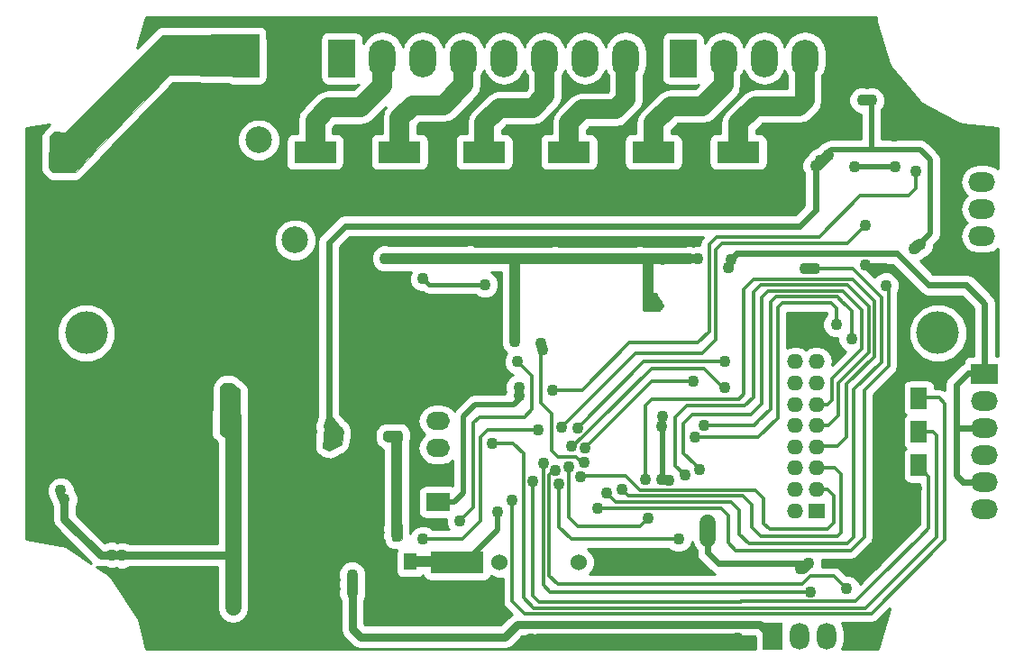
<source format=gbl>
G04 #@! TF.FileFunction,Copper,L2,Bot,Signal*
%FSLAX46Y46*%
G04 Gerber Fmt 4.6, Leading zero omitted, Abs format (unit mm)*
G04 Created by KiCad (PCBNEW 4.0.6) date 01/16/18 14:36:03*
%MOMM*%
%LPD*%
G01*
G04 APERTURE LIST*
%ADD10C,0.100000*%
%ADD11R,5.000000X2.000000*%
%ADD12C,1.524000*%
%ADD13R,1.500000X2.000000*%
%ADD14C,4.000000*%
%ADD15R,1.250000X1.500000*%
%ADD16R,4.000000X2.000000*%
%ADD17R,2.224000X1.700000*%
%ADD18O,2.224000X1.700000*%
%ADD19R,2.524000X1.824000*%
%ADD20O,2.524000X1.824000*%
%ADD21O,1.250000X0.950000*%
%ADD22R,1.824000X2.524000*%
%ADD23O,1.824000X2.524000*%
%ADD24C,2.499360*%
%ADD25O,2.524000X3.524000*%
%ADD26R,2.524000X3.524000*%
%ADD27R,1.524000X1.400000*%
%ADD28O,1.524000X1.400000*%
%ADD29C,1.100000*%
%ADD30C,0.500000*%
%ADD31C,1.000000*%
%ADD32C,0.250000*%
%ADD33C,2.000000*%
%ADD34C,0.624000*%
%ADD35C,0.724000*%
%ADD36C,0.400000*%
%ADD37C,0.524000*%
%ADD38C,1.500000*%
%ADD39C,0.300000*%
%ADD40C,1.524000*%
%ADD41C,1.824000*%
%ADD42C,1.724000*%
%ADD43C,0.254000*%
%ADD44C,0.324000*%
G04 APERTURE END LIST*
D10*
D11*
X99850000Y-131025000D03*
X115850000Y-131025000D03*
D12*
X103850000Y-131025000D03*
X111250000Y-131025000D03*
D13*
X143225000Y-115625000D03*
X140225000Y-115625000D03*
D14*
X145000000Y-109500000D03*
D15*
X95450000Y-131000000D03*
X95450000Y-133500000D03*
D13*
X143225000Y-121925000D03*
X140225000Y-121925000D03*
X143225000Y-118775000D03*
X140225000Y-118775000D03*
D16*
X86500000Y-97000000D03*
X86500000Y-92500000D03*
X94450000Y-97000000D03*
X94450000Y-92500000D03*
X102400000Y-97000000D03*
X102400000Y-92500000D03*
X110350000Y-97000000D03*
X110350000Y-92500000D03*
X118300000Y-97000000D03*
X118300000Y-92500000D03*
X126250000Y-97000000D03*
X126250000Y-92500000D03*
D17*
X98050000Y-125390000D03*
D18*
X98050000Y-122850000D03*
X98050000Y-120310000D03*
X98050000Y-117770000D03*
D19*
X149400000Y-113320000D03*
D20*
X149400000Y-115860000D03*
X149400000Y-118400000D03*
X149400000Y-120940000D03*
X149400000Y-123480000D03*
X149400000Y-126020000D03*
D21*
X96419200Y-136000000D03*
X100519200Y-136000000D03*
D19*
X149150000Y-92760000D03*
D20*
X149150000Y-95300000D03*
X149150000Y-97840000D03*
X149150000Y-100380000D03*
D22*
X129495000Y-138000000D03*
D23*
X132035000Y-138000000D03*
X134575000Y-138000000D03*
X137115000Y-138000000D03*
D24*
X81199468Y-91380353D03*
X84620532Y-100779647D03*
D25*
X108080000Y-83700000D03*
X104270000Y-83700000D03*
X100460000Y-83700000D03*
X96650000Y-83700000D03*
X92840000Y-83700000D03*
D26*
X89030000Y-83700000D03*
D25*
X111890000Y-83700000D03*
X115700000Y-83700000D03*
X83800000Y-83700000D03*
D26*
X79990000Y-83700000D03*
D25*
X132500000Y-83700000D03*
X128690000Y-83700000D03*
X124880000Y-83700000D03*
D26*
X121070000Y-83700000D03*
D14*
X65000000Y-109500000D03*
D27*
X133600000Y-126200000D03*
D28*
X131600000Y-126200000D03*
X133600000Y-124200000D03*
X131600000Y-124200000D03*
X133600000Y-122200000D03*
X131600000Y-122200000D03*
X133600000Y-120200000D03*
X131600000Y-120200000D03*
X133600000Y-118200000D03*
X131600000Y-118200000D03*
X133600000Y-116200000D03*
X131600000Y-116200000D03*
X133600000Y-114200000D03*
X131600000Y-114200000D03*
X133600000Y-112200000D03*
X131600000Y-112200000D03*
X133600000Y-110200000D03*
X131600000Y-110200000D03*
X133600000Y-108200000D03*
X131600000Y-108200000D03*
D29*
X103675000Y-126300000D03*
X131000000Y-97250000D03*
X140000000Y-85300000D03*
X139200000Y-85450000D03*
X139870000Y-86100000D03*
X117500000Y-130900000D03*
X116600000Y-130900000D03*
X108500000Y-138300000D03*
X106750000Y-138250000D03*
X118950000Y-138290000D03*
X72700000Y-95750000D03*
X72750000Y-96600000D03*
X64000000Y-105300000D03*
X63100000Y-105300000D03*
X63800000Y-104500000D03*
X68950000Y-112350000D03*
X68950000Y-111450000D03*
X69000000Y-110500000D03*
X86100000Y-138100000D03*
X86950000Y-138100000D03*
X84750000Y-136600000D03*
X84750000Y-138400000D03*
X72700000Y-137450000D03*
X73700000Y-137400000D03*
X80250000Y-110900000D03*
X80200000Y-109100000D03*
X77050000Y-109500000D03*
X77100000Y-110350000D03*
X76350000Y-110200000D03*
X72450000Y-110400000D03*
X72450000Y-108600000D03*
X64750000Y-115850000D03*
X63850000Y-115750000D03*
X72050000Y-97000000D03*
X72050000Y-95150000D03*
X82576000Y-123826000D03*
X83876000Y-125000000D03*
X87800000Y-125250000D03*
X87800000Y-127000000D03*
X83200000Y-124450000D03*
X80210000Y-109940000D03*
X143800000Y-112725000D03*
X142900000Y-112725000D03*
X132020000Y-91600000D03*
X149860000Y-103710000D03*
X149460000Y-104450000D03*
X138225000Y-103150000D03*
X149025000Y-103725000D03*
X140900000Y-91025000D03*
X143050000Y-124150000D03*
X141975000Y-112725000D03*
X140925000Y-126800000D03*
X87725000Y-138100000D03*
X126150000Y-138150000D03*
X115730000Y-130870000D03*
X87800000Y-126150000D03*
X103220000Y-114670000D03*
X107550000Y-138290000D03*
X118150000Y-138290000D03*
X131164000Y-91510000D03*
X131000000Y-96420000D03*
X84780000Y-137450000D03*
X74450000Y-137450000D03*
X72450000Y-109550000D03*
X64190000Y-116550000D03*
X72030000Y-96120000D03*
X123405000Y-127350000D03*
X105640000Y-115400000D03*
X89990000Y-132200000D03*
X89990000Y-133100000D03*
X132830000Y-131180000D03*
X123405000Y-128040000D03*
X132100000Y-131625000D03*
X123380000Y-128865000D03*
X119120000Y-117370000D03*
X119730000Y-123362880D03*
X119063743Y-123275000D03*
X89990000Y-133950000D03*
X119090000Y-118270000D03*
X105640000Y-114590000D03*
X118300000Y-106250000D03*
X118750000Y-106950000D03*
X125330000Y-103340000D03*
X125550000Y-102575000D03*
X122400000Y-102550000D03*
X105250000Y-110350000D03*
X117750000Y-106950000D03*
X109025000Y-102550000D03*
X117012500Y-102550000D03*
X121600000Y-102550000D03*
X101025000Y-102500000D03*
X93050000Y-102500000D03*
X117775000Y-126925000D03*
X110370000Y-122080000D03*
X93400000Y-119200000D03*
X94150000Y-127850000D03*
X88500000Y-119700000D03*
X88650000Y-118800000D03*
X87800000Y-120050000D03*
X87800000Y-118300000D03*
X142800000Y-101550000D03*
X78800000Y-135300000D03*
X78800000Y-133350000D03*
X67400000Y-130350000D03*
X62950000Y-125100000D03*
X78300000Y-118350000D03*
X78300000Y-114800000D03*
X137900000Y-87650000D03*
X134700000Y-92750000D03*
X133975000Y-93300000D03*
X78300000Y-117500000D03*
X78300000Y-115700000D03*
X138750000Y-87660000D03*
X143350000Y-101200000D03*
X87800000Y-119150000D03*
X133500000Y-93775000D03*
X94240000Y-119200000D03*
X94150000Y-128550000D03*
X78300000Y-116550000D03*
X78800000Y-134250000D03*
X62600000Y-124300000D03*
X68350000Y-130400000D03*
X120625000Y-128850000D03*
X109425000Y-123730000D03*
X63000000Y-91400000D03*
X63000000Y-93200000D03*
X63000000Y-92300000D03*
X143050000Y-121975000D03*
X106970000Y-123450000D03*
X143050000Y-118787500D03*
X103150000Y-119850000D03*
X143050000Y-115600000D03*
X105015000Y-125205000D03*
X111440000Y-123030000D03*
X115345000Y-124235000D03*
X117510000Y-123250000D03*
X121230000Y-122830000D03*
X122620000Y-122320000D03*
X136900000Y-110025000D03*
X123000000Y-118150000D03*
X135450000Y-108700000D03*
X122190000Y-119300000D03*
X133000000Y-133825000D03*
X107930000Y-121700000D03*
X136450000Y-133550000D03*
X109030000Y-122440000D03*
X111890000Y-120320000D03*
X122050000Y-114050000D03*
X110555000Y-120175000D03*
X124950000Y-114620000D03*
X111150000Y-118400000D03*
X124950000Y-112200000D03*
X105500000Y-112200000D03*
X100090000Y-127160000D03*
X107425000Y-118650000D03*
X96650000Y-128850000D03*
X96650000Y-104375000D03*
X102450000Y-104950000D03*
X109664222Y-118371577D03*
X138200000Y-99400000D03*
X132550000Y-103450000D03*
X113875000Y-124575000D03*
X133475000Y-103475000D03*
X140950000Y-93900000D03*
X137200000Y-93900000D03*
X108800000Y-114850000D03*
X142900000Y-94300000D03*
X107855000Y-111100000D03*
X107750000Y-110450000D03*
X111760000Y-121620000D03*
X113020000Y-125935000D03*
X140125000Y-105025000D03*
D30*
X100625000Y-131025000D02*
X103675000Y-127975000D01*
X103675000Y-127975000D02*
X103675000Y-126300000D01*
X99850000Y-131025000D02*
X100625000Y-131025000D01*
D31*
X95450000Y-131000000D02*
X99825000Y-131000000D01*
X99825000Y-131000000D02*
X99850000Y-131025000D01*
D32*
X131000000Y-96420000D02*
X131000000Y-97250000D01*
D30*
X131164000Y-91510000D02*
X132940000Y-91510000D01*
X138250000Y-86100000D02*
X139870000Y-86100000D01*
X132940000Y-91510000D02*
X134620000Y-89830000D01*
X134620000Y-89830000D02*
X134620000Y-89000000D01*
X134620000Y-89000000D02*
X137520000Y-86100000D01*
X137520000Y-86100000D02*
X138250000Y-86100000D01*
D32*
X139870000Y-86100000D02*
X139850000Y-86100000D01*
X139850000Y-86100000D02*
X139200000Y-85450000D01*
X116600000Y-130900000D02*
X115975000Y-130900000D01*
X115975000Y-130900000D02*
X115850000Y-131025000D01*
X115730000Y-130870000D02*
X115730000Y-130905000D01*
X115730000Y-130905000D02*
X115850000Y-131025000D01*
D31*
X108500000Y-138300000D02*
X106800000Y-138300000D01*
X106800000Y-138300000D02*
X106750000Y-138250000D01*
D32*
X72030000Y-96120000D02*
X72910000Y-97000000D01*
X63800000Y-104500000D02*
X63800000Y-104600000D01*
X63800000Y-104600000D02*
X63100000Y-105300000D01*
X68950000Y-111450000D02*
X68950000Y-112350000D01*
X72450000Y-110400000D02*
X69100000Y-110400000D01*
X69100000Y-110400000D02*
X69000000Y-110500000D01*
D31*
X86100000Y-138100000D02*
X87725000Y-138100000D01*
D32*
X86950000Y-138100000D02*
X86100000Y-138100000D01*
X87725000Y-138100000D02*
X86950000Y-138100000D01*
X84750000Y-138400000D02*
X84750000Y-137750000D01*
X84750000Y-137750000D02*
X84600000Y-137600000D01*
X84780000Y-137450000D02*
X84750000Y-137450000D01*
X84750000Y-137450000D02*
X84600000Y-137600000D01*
X73700000Y-137400000D02*
X72750000Y-137400000D01*
X72750000Y-137400000D02*
X72700000Y-137450000D01*
X72050000Y-107950000D02*
X72050000Y-109150000D01*
X72050000Y-109150000D02*
X72450000Y-109550000D01*
D33*
X72050000Y-95150000D02*
X72050000Y-107950000D01*
D32*
X64190000Y-116550000D02*
X64190000Y-116410000D01*
X64190000Y-116410000D02*
X64750000Y-115850000D01*
X72050000Y-99100000D02*
X72050000Y-97000000D01*
D33*
X72910000Y-97000000D02*
X72050000Y-97000000D01*
D31*
X72050000Y-99100000D02*
X72450000Y-99500000D01*
D33*
X72030000Y-91180000D02*
X72030000Y-95000000D01*
D32*
X72030000Y-96120000D02*
X72030000Y-95000000D01*
D31*
X83200000Y-112950000D02*
X83200000Y-124450000D01*
X81750000Y-111450000D02*
X81750000Y-111500000D01*
X81750000Y-111500000D02*
X83200000Y-112950000D01*
X80210000Y-109940000D02*
X80240000Y-109940000D01*
X80240000Y-109940000D02*
X81750000Y-111450000D01*
X82576000Y-123826000D02*
X82702000Y-123826000D01*
X82702000Y-123826000D02*
X83876000Y-125000000D01*
D34*
X91280000Y-115510000D02*
X91280000Y-121700000D01*
X87800000Y-125250000D02*
X91280000Y-121770000D01*
X91280000Y-121770000D02*
X91280000Y-121700000D01*
D31*
X87800000Y-125250000D02*
X87800000Y-127000000D01*
D35*
X87800000Y-127000000D02*
X87800000Y-138025000D01*
D32*
X87800000Y-126150000D02*
X87800000Y-127000000D01*
D30*
X139870000Y-86100000D02*
X140900000Y-87130000D01*
X140900000Y-87130000D02*
X140900000Y-91025000D01*
X140225000Y-121925000D02*
X140225000Y-124200000D01*
X140225000Y-124200000D02*
X140225000Y-124975000D01*
D36*
X143050000Y-124150000D02*
X140275000Y-124150000D01*
X140275000Y-124150000D02*
X140225000Y-124200000D01*
D32*
X142900000Y-112725000D02*
X143800000Y-112725000D01*
X141975000Y-112725000D02*
X142900000Y-112725000D01*
D30*
X140225000Y-126100000D02*
X140925000Y-126800000D01*
X140225000Y-124975000D02*
X140225000Y-126100000D01*
D34*
X92140000Y-114650000D02*
X91830000Y-114960000D01*
X91830000Y-114960000D02*
X91280000Y-115510000D01*
X103220000Y-114670000D02*
X92120000Y-114670000D01*
X92120000Y-114670000D02*
X91830000Y-114960000D01*
D32*
X131164000Y-91510000D02*
X131930000Y-91510000D01*
X131930000Y-91510000D02*
X132020000Y-91600000D01*
X149025000Y-103725000D02*
X149025000Y-104015000D01*
X149025000Y-104015000D02*
X149460000Y-104450000D01*
D36*
X140025000Y-103150000D02*
X141975000Y-105100000D01*
X141975000Y-105100000D02*
X141975000Y-112725000D01*
X138225000Y-103150000D02*
X140025000Y-103150000D01*
D37*
X147975000Y-103675000D02*
X148975000Y-103675000D01*
X148975000Y-103675000D02*
X149025000Y-103725000D01*
X146150000Y-101850000D02*
X147975000Y-103675000D01*
X146150000Y-91025000D02*
X148851000Y-91025000D01*
X140900000Y-91025000D02*
X146150000Y-91025000D01*
X146150000Y-91025000D02*
X146150000Y-101850000D01*
X148851000Y-91025000D02*
X149150000Y-91324000D01*
X149150000Y-91324000D02*
X149150000Y-92760000D01*
D30*
X140225000Y-115625000D02*
X140225000Y-114475000D01*
X140225000Y-114475000D02*
X141975000Y-112725000D01*
X140225000Y-121925000D02*
X140225000Y-123425000D01*
D31*
X140225000Y-118775000D02*
X140225000Y-121925000D01*
X140225000Y-115625000D02*
X140225000Y-118775000D01*
D30*
X140225000Y-121925000D02*
X140225000Y-122175000D01*
D35*
X96419200Y-136000000D02*
X96419200Y-134469200D01*
X96419200Y-134469200D02*
X95450000Y-133500000D01*
X87800000Y-138025000D02*
X87725000Y-138100000D01*
D31*
X118400000Y-138290000D02*
X126010000Y-138290000D01*
X126010000Y-138290000D02*
X126150000Y-138150000D01*
X131600000Y-110200000D02*
X131600000Y-108200000D01*
X133600000Y-110200000D02*
X131600000Y-110200000D01*
X133600000Y-108200000D02*
X133600000Y-110200000D01*
X131600000Y-108200000D02*
X133600000Y-108200000D01*
D34*
X131000000Y-96420000D02*
X131000000Y-94840000D01*
X131000000Y-94840000D02*
X131000000Y-91674000D01*
D30*
X131020000Y-94820000D02*
X131000000Y-94840000D01*
D31*
X118400000Y-138290000D02*
X107550000Y-138290000D01*
D34*
X131000000Y-91674000D02*
X131164000Y-91510000D01*
D31*
X130370000Y-97000000D02*
X130950000Y-96420000D01*
X130950000Y-96420000D02*
X131000000Y-96420000D01*
X126250000Y-97000000D02*
X130370000Y-97000000D01*
X74450000Y-137450000D02*
X84780000Y-137450000D01*
X72410000Y-111760000D02*
X72410000Y-109590000D01*
X72410000Y-109590000D02*
X72450000Y-109550000D01*
X67620000Y-116550000D02*
X72410000Y-111760000D01*
X64190000Y-116550000D02*
X67620000Y-116550000D01*
D33*
X75310000Y-87900000D02*
X72030000Y-91180000D01*
X82430000Y-87900000D02*
X75310000Y-87900000D01*
X83740000Y-86590000D02*
X82430000Y-87900000D01*
X83740000Y-85231202D02*
X83740000Y-86590000D01*
X83800000Y-83700000D02*
X83800000Y-85171202D01*
X83800000Y-85171202D02*
X83740000Y-85231202D01*
X86500000Y-97000000D02*
X72910000Y-97000000D01*
X118300000Y-97000000D02*
X126250000Y-97000000D01*
X110350000Y-97000000D02*
X118300000Y-97000000D01*
X102400000Y-97000000D02*
X110350000Y-97000000D01*
X94450000Y-97000000D02*
X102400000Y-97000000D01*
X86500000Y-97000000D02*
X94450000Y-97000000D01*
D31*
X132100000Y-131625000D02*
X132385000Y-131625000D01*
X132385000Y-131625000D02*
X132830000Y-131180000D01*
D38*
X123405000Y-127350000D02*
X123405000Y-128840000D01*
X123405000Y-128840000D02*
X123380000Y-128865000D01*
D32*
X123405000Y-128040000D02*
X123405000Y-127350000D01*
D30*
X105640000Y-114590000D02*
X105640000Y-115400000D01*
X105640000Y-115400000D02*
X105640000Y-115760000D01*
D31*
X89990000Y-133100000D02*
X89990000Y-132200000D01*
X89990000Y-133950000D02*
X89990000Y-133100000D01*
D35*
X89990000Y-133950000D02*
X89990000Y-137290000D01*
X89990000Y-137290000D02*
X90750000Y-138050000D01*
X105500000Y-136900000D02*
X128250000Y-136900000D01*
X90750000Y-138050000D02*
X104350000Y-138050000D01*
X104350000Y-138050000D02*
X105500000Y-136900000D01*
X128250000Y-136900000D02*
X129350000Y-138000000D01*
X129350000Y-138000000D02*
X129495000Y-138000000D01*
D30*
X105640000Y-115760000D02*
X105150000Y-116250000D01*
X105150000Y-116250000D02*
X101500000Y-116250000D01*
X101500000Y-116250000D02*
X100450000Y-117300000D01*
X100450000Y-117300000D02*
X100450000Y-124550000D01*
X100450000Y-124550000D02*
X99610000Y-125390000D01*
X99610000Y-125390000D02*
X98050000Y-125390000D01*
D34*
X132830000Y-131180000D02*
X124421000Y-131180000D01*
X124421000Y-131180000D02*
X123380000Y-130139000D01*
X123380000Y-130139000D02*
X123380000Y-128865000D01*
D32*
X123380000Y-128865000D02*
X123380000Y-128065000D01*
X123380000Y-128065000D02*
X123405000Y-128040000D01*
D34*
X132100000Y-131560000D02*
X132100000Y-131625000D01*
D30*
X119120000Y-117370000D02*
X119120000Y-118240000D01*
X119120000Y-118240000D02*
X119090000Y-118270000D01*
X119100000Y-117940000D02*
X119120000Y-117940000D01*
X119120000Y-117940000D02*
X119130000Y-117950000D01*
D37*
X119100000Y-117940000D02*
X119100000Y-123238743D01*
X119100000Y-123238743D02*
X119063743Y-123275000D01*
D32*
X118750000Y-106950000D02*
X118750000Y-106700000D01*
X118750000Y-106700000D02*
X118300000Y-106250000D01*
D31*
X117750000Y-106000000D02*
X117750000Y-106950000D01*
X105250000Y-110350000D02*
X105250000Y-102550000D01*
D32*
X125330000Y-103340000D02*
X125330000Y-102795000D01*
X125330000Y-102795000D02*
X125550000Y-102575000D01*
X125660000Y-103540000D02*
X125660000Y-103135000D01*
X125550000Y-102575000D02*
X125550000Y-103430000D01*
X125550000Y-103430000D02*
X125660000Y-103540000D01*
D34*
X149400000Y-113320000D02*
X149400000Y-106725000D01*
X149400000Y-106725000D02*
X147675000Y-105000000D01*
X147675000Y-105000000D02*
X144110000Y-105000000D01*
X144110000Y-105000000D02*
X141135001Y-102025001D01*
X126099999Y-102025001D02*
X125550000Y-102575000D01*
X141135001Y-102025001D02*
X126099999Y-102025001D01*
X146700000Y-114400000D02*
X146700000Y-118400000D01*
X146700000Y-118400000D02*
X146700000Y-122875000D01*
X149400000Y-118400000D02*
X146700000Y-118400000D01*
X146700000Y-122875000D02*
X147305000Y-123480000D01*
X147305000Y-123480000D02*
X149400000Y-123480000D01*
X147800000Y-113300000D02*
X146700000Y-114400000D01*
X149030000Y-113300000D02*
X147800000Y-113300000D01*
X149400000Y-113320000D02*
X149050000Y-113320000D01*
X149050000Y-113320000D02*
X149030000Y-113300000D01*
D31*
X119150000Y-102575000D02*
X119175000Y-102550000D01*
X119175000Y-102550000D02*
X121600000Y-102550000D01*
X117012500Y-102550000D02*
X117850000Y-102550000D01*
X117750000Y-106000000D02*
X117750000Y-102650000D01*
X117750000Y-102650000D02*
X117850000Y-102550000D01*
X117850000Y-102550000D02*
X119175000Y-102550000D01*
X109025000Y-102550000D02*
X105250000Y-102550000D01*
X105250000Y-102550000D02*
X101075000Y-102550000D01*
X101075000Y-102550000D02*
X101025000Y-102500000D01*
X109025000Y-102550000D02*
X117012500Y-102550000D01*
X93050000Y-102500000D02*
X101025000Y-102500000D01*
D39*
X111200000Y-127650000D02*
X110370000Y-126820000D01*
X110370000Y-126820000D02*
X110370000Y-126010000D01*
X117050000Y-127650000D02*
X111200000Y-127650000D01*
X117775000Y-126925000D02*
X117050000Y-127650000D01*
X110370000Y-126010000D02*
X110370000Y-122080000D01*
D31*
X138750000Y-87660000D02*
X137910000Y-87660000D01*
X137910000Y-87660000D02*
X137900000Y-87650000D01*
D32*
X94240000Y-119200000D02*
X93400000Y-119200000D01*
D31*
X94150000Y-127850000D02*
X94150000Y-119290000D01*
D32*
X94150000Y-128550000D02*
X94150000Y-127850000D01*
X88650000Y-118800000D02*
X88150000Y-118800000D01*
X88150000Y-118800000D02*
X87800000Y-119150000D01*
X87800000Y-120050000D02*
X87800000Y-119150000D01*
D34*
X87800000Y-118300000D02*
X87800000Y-101000000D01*
D32*
X87800000Y-119150000D02*
X87800000Y-118300000D01*
D31*
X143170000Y-101270000D02*
X143130000Y-101270000D01*
X143130000Y-101270000D02*
X142900000Y-101500000D01*
D38*
X78800000Y-133350000D02*
X78800000Y-135300000D01*
D40*
X78800000Y-133350000D02*
X78800000Y-130440000D01*
D32*
X78800000Y-134250000D02*
X78800000Y-133350000D01*
D35*
X68350000Y-130400000D02*
X66350000Y-130400000D01*
X66350000Y-130400000D02*
X62950000Y-127000000D01*
X62950000Y-127000000D02*
X62950000Y-125100000D01*
X62950000Y-125100000D02*
X62600000Y-124750000D01*
D31*
X133500000Y-93775000D02*
X133675000Y-93775000D01*
X133675000Y-93775000D02*
X134700000Y-92750000D01*
D37*
X135000000Y-92275000D02*
X133975000Y-93300000D01*
D32*
X133500000Y-93775000D02*
X133975000Y-93300000D01*
D30*
X138750000Y-91500000D02*
X138750000Y-91995001D01*
X138750000Y-87660000D02*
X138750000Y-91500000D01*
D37*
X143350000Y-92275000D02*
X138700000Y-92275000D01*
X138700000Y-92275000D02*
X135000000Y-92275000D01*
X138750000Y-91500000D02*
X138750000Y-92225000D01*
X138750000Y-92225000D02*
X138700000Y-92275000D01*
D30*
X144275000Y-93200000D02*
X143350000Y-92275000D01*
D31*
X78300000Y-115700000D02*
X78300000Y-117500000D01*
D40*
X78800000Y-130440000D02*
X78800000Y-117500000D01*
D32*
X78300000Y-116550000D02*
X78300000Y-117000000D01*
X78300000Y-117000000D02*
X78800000Y-117500000D01*
D34*
X133500000Y-93775000D02*
X133500000Y-97940000D01*
X87800000Y-101000000D02*
X89350000Y-99450000D01*
X89350000Y-99450000D02*
X131990000Y-99450000D01*
X131990000Y-99450000D02*
X133500000Y-97940000D01*
D30*
X143170000Y-101270000D02*
X144275000Y-100165000D01*
X144275000Y-100165000D02*
X144275000Y-93200000D01*
D31*
X94150000Y-119290000D02*
X94240000Y-119200000D01*
D35*
X68350000Y-130400000D02*
X78760000Y-130400000D01*
X78760000Y-130400000D02*
X78800000Y-130440000D01*
X62600000Y-124750000D02*
X62600000Y-124300000D01*
D39*
X109425000Y-123730000D02*
X109425000Y-127725000D01*
X109425000Y-127725000D02*
X110550000Y-128850000D01*
X110550000Y-128850000D02*
X120625000Y-128850000D01*
D33*
X72120000Y-83700000D02*
X63520000Y-92300000D01*
X63520000Y-92300000D02*
X63000000Y-92300000D01*
X79990000Y-83700000D02*
X72120000Y-83700000D01*
D39*
X139525000Y-132450000D02*
X137250000Y-134725000D01*
X126500000Y-134725000D02*
X126475000Y-134750000D01*
X137250000Y-134725000D02*
X126500000Y-134725000D01*
X126475000Y-134750000D02*
X107550000Y-134750000D01*
X107550000Y-134750000D02*
X106970000Y-134170000D01*
X106970000Y-134170000D02*
X106970000Y-133595000D01*
X106970000Y-133595000D02*
X106970000Y-123450000D01*
X139550000Y-132450000D02*
X143350000Y-128650000D01*
X144150000Y-122975000D02*
X144150000Y-127850000D01*
X144150000Y-127850000D02*
X143350000Y-128650000D01*
X143050000Y-121975000D02*
X143150000Y-121975000D01*
X143150000Y-121975000D02*
X144150000Y-122975000D01*
X139650000Y-132325000D02*
X139525000Y-132450000D01*
X139525000Y-132450000D02*
X139550000Y-132450000D01*
X143050000Y-118787500D02*
X144537500Y-118787500D01*
X144900000Y-119150000D02*
X144900000Y-128650000D01*
X144537500Y-118787500D02*
X144900000Y-119150000D01*
X144900000Y-128650000D02*
X138200000Y-135350000D01*
X138200000Y-135350000D02*
X107050000Y-135350000D01*
X106069999Y-120819999D02*
X105100000Y-119850000D01*
X107050000Y-135350000D02*
X106069999Y-134369999D01*
X106069999Y-134369999D02*
X106069999Y-120819999D01*
X105100000Y-119850000D02*
X103150000Y-119850000D01*
X143050000Y-115600000D02*
X145100000Y-115600000D01*
X145100000Y-115600000D02*
X145625000Y-116125000D01*
X145625000Y-116125000D02*
X145625000Y-128975000D01*
X145625000Y-128975000D02*
X138749990Y-135850010D01*
X105015000Y-133054240D02*
X105015000Y-125205000D01*
X138749990Y-135850010D02*
X106150010Y-135850010D01*
X106150010Y-135850010D02*
X105015000Y-134715000D01*
X105015000Y-134715000D02*
X105015000Y-133054240D01*
D41*
X87750000Y-88300000D02*
X86500000Y-89550000D01*
X86500000Y-89550000D02*
X86500000Y-92500000D01*
X90800000Y-88300000D02*
X87750000Y-88300000D01*
X92840000Y-86260000D02*
X90800000Y-88300000D01*
X92840000Y-83700000D02*
X92840000Y-86260000D01*
X100460000Y-83700000D02*
X100460000Y-86190000D01*
X100460000Y-86190000D02*
X98550000Y-88100000D01*
X98550000Y-88100000D02*
X95650000Y-88100000D01*
X95650000Y-88100000D02*
X94450000Y-89300000D01*
X94450000Y-89300000D02*
X94450000Y-92500000D01*
D42*
X102400000Y-92500000D02*
X102400000Y-91500000D01*
D41*
X102400000Y-92500000D02*
X102400000Y-89776000D01*
X102400000Y-89776000D02*
X103826000Y-88350000D01*
X103826000Y-88350000D02*
X106916000Y-88350000D01*
X106916000Y-88350000D02*
X108080000Y-87186000D01*
X108080000Y-87186000D02*
X108080000Y-83700000D01*
X114700000Y-88500000D02*
X115700000Y-87500000D01*
X115700000Y-87500000D02*
X115700000Y-83700000D01*
X111626000Y-88500000D02*
X114700000Y-88500000D01*
X110350000Y-92500000D02*
X110350000Y-89776000D01*
X110350000Y-89776000D02*
X111626000Y-88500000D01*
X124880000Y-83700000D02*
X124880000Y-86220000D01*
X118300000Y-89776000D02*
X118300000Y-92500000D01*
X124880000Y-86220000D02*
X122900000Y-88200000D01*
X122900000Y-88200000D02*
X119876000Y-88200000D01*
X119876000Y-88200000D02*
X118300000Y-89776000D01*
X126250000Y-92500000D02*
X126250000Y-89776000D01*
X126250000Y-89776000D02*
X127826000Y-88200000D01*
X127826000Y-88200000D02*
X131950000Y-88200000D01*
X131950000Y-88200000D02*
X132500000Y-87650000D01*
X132500000Y-87650000D02*
X132500000Y-83700000D01*
D39*
X111405000Y-122945000D02*
X115665000Y-122945000D01*
X115665000Y-122945000D02*
X116982880Y-124262880D01*
X127820000Y-124262880D02*
X128640000Y-125082880D01*
X134630000Y-127945000D02*
X135237000Y-127338000D01*
X116982880Y-124262880D02*
X127820000Y-124262880D01*
X128640000Y-125082880D02*
X128640000Y-127410000D01*
X128640000Y-127410000D02*
X129175000Y-127945000D01*
X129175000Y-127945000D02*
X134630000Y-127945000D01*
X135237000Y-127338000D02*
X135237000Y-124775000D01*
X135237000Y-124775000D02*
X134662000Y-124200000D01*
X134662000Y-124200000D02*
X133600000Y-124200000D01*
X133600000Y-124200000D02*
X133662000Y-124200000D01*
X133662000Y-124200000D02*
X134012000Y-124550000D01*
X130290000Y-128625000D02*
X135525000Y-128625000D01*
X133692000Y-122170000D02*
X133662000Y-122200000D01*
X135525000Y-128625000D02*
X135910010Y-128239990D01*
X135910010Y-128239990D02*
X135910010Y-122735010D01*
X135910010Y-122735010D02*
X135345000Y-122170000D01*
X135345000Y-122170000D02*
X133692000Y-122170000D01*
X133662000Y-122200000D02*
X133600000Y-122200000D01*
X120959998Y-124780000D02*
X126670000Y-124780000D01*
X127500000Y-125610000D02*
X126670000Y-124780000D01*
X127500000Y-127740000D02*
X127500000Y-125610000D01*
X128385000Y-128625000D02*
X127500000Y-127740000D01*
X130000000Y-128625000D02*
X130290000Y-128625000D01*
X130290000Y-128625000D02*
X128385000Y-128625000D01*
X120954999Y-124784999D02*
X120959998Y-124780000D01*
X115345000Y-124235000D02*
X115894999Y-124784999D01*
X115894999Y-124784999D02*
X120954999Y-124784999D01*
X133600000Y-120200000D02*
X133662000Y-120200000D01*
X133662000Y-120200000D02*
X133712000Y-120150000D01*
X135550000Y-120150000D02*
X136450000Y-119250000D01*
X136450000Y-114325000D02*
X139050000Y-111725000D01*
X133712000Y-120150000D02*
X135550000Y-120150000D01*
X136450000Y-119250000D02*
X136450000Y-114325000D01*
X139050000Y-111725000D02*
X139050000Y-106542880D01*
X139050000Y-106542880D02*
X137007110Y-104499990D01*
X137007110Y-104499990D02*
X127660010Y-104499990D01*
X127660010Y-104499990D02*
X126770000Y-105390000D01*
X126770000Y-115250000D02*
X126300000Y-115720000D01*
X126770000Y-105390000D02*
X126770000Y-115250000D01*
X126300000Y-115720000D02*
X118154999Y-115720000D01*
X117510000Y-116364999D02*
X117510000Y-123260000D01*
X118154999Y-115720000D02*
X117510000Y-116364999D01*
X129270000Y-105000000D02*
X128330000Y-105000000D01*
X128330000Y-105000000D02*
X127650000Y-105680000D01*
X127650000Y-105680000D02*
X127650000Y-115560000D01*
X127650000Y-115560000D02*
X126850000Y-116360000D01*
X126850000Y-116360000D02*
X121420000Y-116360000D01*
X121420000Y-116360000D02*
X120360000Y-117420000D01*
X120360000Y-117420000D02*
X120360000Y-121960000D01*
X120360000Y-121960000D02*
X121230000Y-122830000D01*
X129270000Y-105000000D02*
X136500000Y-105000000D01*
X129000000Y-105000000D02*
X129270000Y-105000000D01*
X138500000Y-111325000D02*
X135650000Y-114175000D01*
X138500000Y-107000000D02*
X138500000Y-111325000D01*
X134750000Y-118150000D02*
X133712000Y-118150000D01*
X136500000Y-105000000D02*
X138500000Y-107000000D01*
X135650000Y-114175000D02*
X135650000Y-117250000D01*
X135650000Y-117250000D02*
X134750000Y-118150000D01*
X133712000Y-118150000D02*
X133662000Y-118200000D01*
X133662000Y-118200000D02*
X133600000Y-118200000D01*
X122620000Y-122320000D02*
X122070001Y-121770001D01*
X122060001Y-121770001D02*
X121100000Y-120810000D01*
X134662000Y-116200000D02*
X133600000Y-116200000D01*
X122070001Y-121770001D02*
X122060001Y-121770001D01*
X121100000Y-120810000D02*
X121100000Y-118000000D01*
X127440000Y-117130000D02*
X128410000Y-116160000D01*
X128410000Y-116160000D02*
X128410000Y-106150000D01*
X121100000Y-118000000D02*
X121970000Y-117130000D01*
X121970000Y-117130000D02*
X127440000Y-117130000D01*
X137875000Y-107375000D02*
X137875000Y-110975000D01*
X128410000Y-106150000D02*
X129010000Y-105550000D01*
X135050000Y-115812000D02*
X134662000Y-116200000D01*
X129010000Y-105550000D02*
X136050000Y-105550000D01*
X136050000Y-105550000D02*
X137875000Y-107375000D01*
X137875000Y-110975000D02*
X135050000Y-113800000D01*
X135050000Y-113800000D02*
X135050000Y-115812000D01*
X128150000Y-117760000D02*
X129290000Y-116620000D01*
X123000000Y-118150000D02*
X127760000Y-118150000D01*
X127760000Y-118150000D02*
X128150000Y-117760000D01*
X129290000Y-116620000D02*
X129290000Y-106620000D01*
X129290000Y-106620000D02*
X129810000Y-106100000D01*
X129810000Y-106100000D02*
X135550000Y-106100000D01*
X135550000Y-106100000D02*
X136100000Y-106650000D01*
X136125000Y-106650000D02*
X136900000Y-107425000D01*
X136900000Y-107425000D02*
X136900000Y-110025000D01*
X136400001Y-106950001D02*
X136100000Y-106650000D01*
X136100000Y-106650000D02*
X136125000Y-106650000D01*
X128220000Y-119200000D02*
X129950000Y-117470000D01*
X122190000Y-119300000D02*
X128120000Y-119300000D01*
X128120000Y-119300000D02*
X128220000Y-119200000D01*
X129950000Y-107790000D02*
X129950000Y-117470000D01*
X129950000Y-107390000D02*
X129950000Y-107790000D01*
X130380000Y-106700000D02*
X130120000Y-106960000D01*
X129950000Y-107790000D02*
X129950000Y-107130000D01*
X129950000Y-107130000D02*
X130120000Y-106960000D01*
X130980000Y-106700000D02*
X130640000Y-106700000D01*
X134950000Y-106700000D02*
X130980000Y-106700000D01*
X130980000Y-106700000D02*
X130380000Y-106700000D01*
X135450000Y-108700000D02*
X135450000Y-107200000D01*
X135450000Y-107200000D02*
X134950000Y-106700000D01*
X107930000Y-132855000D02*
X107930000Y-132650000D01*
X107930000Y-133180000D02*
X107930000Y-132650000D01*
X107930000Y-132650000D02*
X107930000Y-123770000D01*
X108575000Y-133825000D02*
X107930000Y-133180000D01*
X109100000Y-133825000D02*
X108900000Y-133825000D01*
X133000000Y-133825000D02*
X109100000Y-133825000D01*
X109100000Y-133825000D02*
X108575000Y-133825000D01*
X107930000Y-123770000D02*
X107930000Y-121700000D01*
D43*
X131825000Y-133825000D02*
X133000000Y-133825000D01*
D39*
X136450000Y-133550000D02*
X135250000Y-132350000D01*
X133000000Y-132350000D02*
X132275000Y-133075000D01*
X135250000Y-132350000D02*
X133000000Y-132350000D01*
X108496001Y-122835000D02*
X108891001Y-122440000D01*
X132275000Y-133075000D02*
X109275000Y-133075000D01*
X109275000Y-133075000D02*
X108496001Y-132296001D01*
X108496001Y-132296001D02*
X108496001Y-122835000D01*
D32*
X109030000Y-122440000D02*
X108891001Y-122440000D01*
D39*
X111890000Y-120320000D02*
X118160000Y-114050000D01*
X118160000Y-114050000D02*
X122050000Y-114050000D01*
X113067998Y-117832002D02*
X118080000Y-112820000D01*
X113050000Y-117832002D02*
X113067998Y-117832002D01*
X110555000Y-120175000D02*
X110702998Y-120175000D01*
X110702998Y-120175000D02*
X111587998Y-119290000D01*
X111587998Y-119290000D02*
X111592002Y-119290000D01*
X111592002Y-119290000D02*
X113050000Y-117832002D01*
X118080000Y-112820000D02*
X123000000Y-112820000D01*
X123000000Y-112820000D02*
X124800000Y-114620000D01*
D43*
X124800000Y-114620000D02*
X124950000Y-114620000D01*
D39*
X124950000Y-112200000D02*
X117600000Y-112200000D01*
X111150000Y-118400000D02*
X117350000Y-112200000D01*
X117350000Y-112200000D02*
X117600000Y-112200000D01*
X100090000Y-127160000D02*
X101390000Y-125860000D01*
X101390000Y-125860000D02*
X101390000Y-117960000D01*
X101390000Y-117960000D02*
X101950000Y-117400000D01*
X101950000Y-117400000D02*
X106150000Y-117400000D01*
X106150000Y-117400000D02*
X106850000Y-116700000D01*
X106850000Y-116700000D02*
X106850000Y-113550000D01*
X106850000Y-113550000D02*
X105500000Y-112200000D01*
X102030000Y-127160000D02*
X102030000Y-119300000D01*
X107425000Y-118650000D02*
X102680000Y-118650000D01*
X102680000Y-118650000D02*
X102030000Y-119300000D01*
X100340000Y-128850000D02*
X102030000Y-127160000D01*
X96650000Y-128850000D02*
X100340000Y-128850000D01*
D36*
X102450000Y-104950000D02*
X97225000Y-104950000D01*
X97225000Y-104950000D02*
X96650000Y-104375000D01*
D39*
X109664222Y-118371577D02*
X116585799Y-111450000D01*
X116585799Y-111450000D02*
X122850000Y-111450000D01*
X122850000Y-111450000D02*
X124175000Y-110125000D01*
X124175000Y-110125000D02*
X124175000Y-101650000D01*
X136525000Y-101075000D02*
X138200000Y-99400000D01*
X124175000Y-101650000D02*
X124750000Y-101075000D01*
X124750000Y-101075000D02*
X136525000Y-101075000D01*
D31*
X132550000Y-103450000D02*
X133450000Y-103450000D01*
X133450000Y-103450000D02*
X133475000Y-103475000D01*
D39*
X113875000Y-124575000D02*
X114694999Y-125394999D01*
X114694999Y-125394999D02*
X125604999Y-125394999D01*
X125604999Y-125394999D02*
X126360000Y-126150000D01*
X126360000Y-126150000D02*
X126360000Y-128390000D01*
X136475000Y-129275000D02*
X137100000Y-128650000D01*
X126360000Y-128390000D02*
X127245000Y-129275000D01*
X137100000Y-128650000D02*
X137100000Y-114820000D01*
X127245000Y-129275000D02*
X136475000Y-129275000D01*
X137100000Y-114820000D02*
X139700000Y-112220000D01*
X139700000Y-112220000D02*
X139700000Y-106150000D01*
X139700000Y-106150000D02*
X137025000Y-103475000D01*
X137025000Y-103475000D02*
X133475000Y-103475000D01*
D30*
X140950000Y-93900000D02*
X137200000Y-93900000D01*
D39*
X142900000Y-94300000D02*
X142900000Y-95950000D01*
X142900000Y-95950000D02*
X142230000Y-96620000D01*
X142230000Y-96620000D02*
X137710000Y-96620000D01*
X137710000Y-96620000D02*
X133845000Y-100485000D01*
X133845000Y-100485000D02*
X124205000Y-100485000D01*
X111570000Y-114850000D02*
X108800000Y-114850000D01*
X124205000Y-100485000D02*
X123550000Y-101140000D01*
X116000000Y-110420000D02*
X111570000Y-114850000D01*
X123550000Y-101140000D02*
X123550000Y-109350000D01*
X123550000Y-109350000D02*
X122480000Y-110420000D01*
X122480000Y-110420000D02*
X116000000Y-110420000D01*
D32*
X107750000Y-110450000D02*
X107750000Y-110995000D01*
X107750000Y-110995000D02*
X107855000Y-111100000D01*
D39*
X107750000Y-116100000D02*
X107750000Y-110450000D01*
X108700000Y-117050000D02*
X107750000Y-116100000D01*
X108700000Y-120570000D02*
X108700000Y-117050000D01*
D44*
X108700000Y-120570000D02*
X109300000Y-121170000D01*
X111340000Y-121460000D02*
X111805000Y-121460000D01*
X109300000Y-121170000D02*
X111050000Y-121170000D01*
X111050000Y-121170000D02*
X111340000Y-121460000D01*
D39*
X113020000Y-125935000D02*
X113045000Y-125960000D01*
X113045000Y-125960000D02*
X124630000Y-125960000D01*
X125330000Y-126660000D02*
X125330000Y-129220000D01*
X124630000Y-125960000D02*
X125330000Y-126660000D01*
X125330000Y-129220000D02*
X126035000Y-129925000D01*
X126035000Y-129925000D02*
X136825000Y-129925000D01*
X136825000Y-129925000D02*
X138075000Y-128675000D01*
X138075000Y-128675000D02*
X138075000Y-114905000D01*
X138075000Y-114905000D02*
X140350001Y-112629999D01*
X140350001Y-112629999D02*
X140350000Y-105250000D01*
X140350000Y-105250000D02*
X140125000Y-105025000D01*
D10*
G36*
X88074141Y-117348018D02*
X89147971Y-118714711D01*
X89003312Y-119968425D01*
X87849930Y-120593174D01*
X87251478Y-120270931D01*
X87349760Y-118256152D01*
X87540284Y-117303530D01*
X88074141Y-117348018D01*
X88074141Y-117348018D01*
G37*
X88074141Y-117348018D02*
X89147971Y-118714711D01*
X89003312Y-119968425D01*
X87849930Y-120593174D01*
X87251478Y-120270931D01*
X87349760Y-118256152D01*
X87540284Y-117303530D01*
X88074141Y-117348018D01*
G36*
X79450265Y-114824912D02*
X79499460Y-119400000D01*
X78067848Y-119400000D01*
X77550270Y-118976527D01*
X77599244Y-114666842D01*
X77926033Y-114200000D01*
X78633073Y-114200000D01*
X79450265Y-114824912D01*
X79450265Y-114824912D01*
G37*
X79450265Y-114824912D02*
X79499460Y-119400000D01*
X78067848Y-119400000D01*
X77550270Y-118976527D01*
X77599244Y-114666842D01*
X77926033Y-114200000D01*
X78633073Y-114200000D01*
X79450265Y-114824912D01*
G36*
X94650000Y-127608113D02*
X94650000Y-128829290D01*
X94429290Y-129050000D01*
X93828310Y-129050000D01*
X93699402Y-128835153D01*
X93650136Y-127702029D01*
X93694139Y-127350000D01*
X94563962Y-127350000D01*
X94650000Y-127608113D01*
X94650000Y-127608113D01*
G37*
X94650000Y-127608113D02*
X94650000Y-128829290D01*
X94429290Y-129050000D01*
X93828310Y-129050000D01*
X93699402Y-128835153D01*
X93650136Y-127702029D01*
X93694139Y-127350000D01*
X94563962Y-127350000D01*
X94650000Y-127608113D01*
G36*
X94700000Y-118917539D02*
X94700000Y-119486150D01*
X94571690Y-119700000D01*
X93216024Y-119700000D01*
X92900000Y-119474269D01*
X92900000Y-119016024D01*
X93125731Y-118700000D01*
X94525969Y-118700000D01*
X94700000Y-118917539D01*
X94700000Y-118917539D01*
G37*
X94700000Y-118917539D02*
X94700000Y-119486150D01*
X94571690Y-119700000D01*
X93216024Y-119700000D01*
X92900000Y-119474269D01*
X92900000Y-119016024D01*
X93125731Y-118700000D01*
X94525969Y-118700000D01*
X94700000Y-118917539D01*
G36*
X81249371Y-85350000D02*
X78600000Y-85350000D01*
X78596061Y-85330547D01*
X78584864Y-85314160D01*
X78568173Y-85303419D01*
X78550439Y-85300002D01*
X72850439Y-85250002D01*
X72830952Y-85253770D01*
X72814140Y-85265157D01*
X65964140Y-92315157D01*
X65963793Y-92315517D01*
X63978571Y-94400000D01*
X61826033Y-94400000D01*
X61500273Y-93934628D01*
X61549671Y-91069553D01*
X61971349Y-90601022D01*
X63047730Y-90649948D01*
X63067341Y-90646897D01*
X63085549Y-90635161D01*
X72120985Y-81499886D01*
X81200625Y-81450270D01*
X81249371Y-85350000D01*
X81249371Y-85350000D01*
G37*
X81249371Y-85350000D02*
X78600000Y-85350000D01*
X78596061Y-85330547D01*
X78584864Y-85314160D01*
X78568173Y-85303419D01*
X78550439Y-85300002D01*
X72850439Y-85250002D01*
X72830952Y-85253770D01*
X72814140Y-85265157D01*
X65964140Y-92315157D01*
X65963793Y-92315517D01*
X63978571Y-94400000D01*
X61826033Y-94400000D01*
X61500273Y-93934628D01*
X61549671Y-91069553D01*
X61971349Y-90601022D01*
X63047730Y-90649948D01*
X63067341Y-90646897D01*
X63085549Y-90635161D01*
X72120985Y-81499886D01*
X81200625Y-81450270D01*
X81249371Y-85350000D01*
D43*
G36*
X140464946Y-135444541D02*
X139380044Y-139174000D01*
X136012415Y-139174000D01*
X136111412Y-139025840D01*
X136238000Y-138389437D01*
X136238000Y-137610563D01*
X136111412Y-136974160D01*
X135962308Y-136751010D01*
X138749990Y-136751010D01*
X139094788Y-136682425D01*
X139387093Y-136487113D01*
X140503151Y-135371055D01*
X140464946Y-135444541D01*
X140464946Y-135444541D01*
G37*
X140464946Y-135444541D02*
X139380044Y-139174000D01*
X136012415Y-139174000D01*
X136111412Y-139025840D01*
X136238000Y-138389437D01*
X136238000Y-137610563D01*
X136111412Y-136974160D01*
X135962308Y-136751010D01*
X138749990Y-136751010D01*
X139094788Y-136682425D01*
X139387093Y-136487113D01*
X140503151Y-135371055D01*
X140464946Y-135444541D01*
G36*
X139174931Y-80039201D02*
X139199249Y-80136952D01*
X139208799Y-80237226D01*
X140390747Y-84179282D01*
X140541756Y-84464004D01*
X143142294Y-87653676D01*
X143154304Y-87663597D01*
X143390766Y-87858936D01*
X147013983Y-89810627D01*
X147322092Y-89905176D01*
X150674000Y-90246221D01*
X150674000Y-94096448D01*
X150175840Y-93763588D01*
X149539437Y-93637000D01*
X148760563Y-93637000D01*
X148124160Y-93763588D01*
X147584644Y-94124081D01*
X147224151Y-94663597D01*
X147097563Y-95300000D01*
X147224151Y-95936403D01*
X147584644Y-96475919D01*
X147725446Y-96570000D01*
X147584644Y-96664081D01*
X147224151Y-97203597D01*
X147097563Y-97840000D01*
X147224151Y-98476403D01*
X147584644Y-99015919D01*
X147725446Y-99110000D01*
X147584644Y-99204081D01*
X147224151Y-99743597D01*
X147097563Y-100380000D01*
X147224151Y-101016403D01*
X147584644Y-101555919D01*
X148124160Y-101916412D01*
X148760563Y-102043000D01*
X149539437Y-102043000D01*
X150175840Y-101916412D01*
X150674000Y-101583552D01*
X150674000Y-111644718D01*
X150662000Y-111642288D01*
X150463000Y-111642288D01*
X150463000Y-106725000D01*
X150382084Y-106318208D01*
X150151655Y-105973345D01*
X150151652Y-105973343D01*
X148426655Y-104248345D01*
X148081793Y-104017916D01*
X147675000Y-103936999D01*
X147674995Y-103937000D01*
X144550309Y-103937000D01*
X143345569Y-102732259D01*
X143535994Y-102653577D01*
X143745791Y-102444146D01*
X144085994Y-102303577D01*
X144452291Y-101937919D01*
X144650774Y-101459920D01*
X144650996Y-101204632D01*
X144982814Y-100872814D01*
X145199803Y-100548066D01*
X145276000Y-100165000D01*
X145276000Y-93200000D01*
X145199803Y-92816934D01*
X144982814Y-92492186D01*
X144100471Y-91609843D01*
X144066299Y-91558701D01*
X143737658Y-91339110D01*
X143350000Y-91262000D01*
X139751000Y-91262000D01*
X139751000Y-88499033D01*
X139852291Y-88397919D01*
X140050774Y-87919920D01*
X140051225Y-87402350D01*
X139853577Y-86924006D01*
X139487919Y-86557709D01*
X139009920Y-86359226D01*
X138492350Y-86358775D01*
X138370796Y-86409000D01*
X138303871Y-86409000D01*
X138159920Y-86349226D01*
X137642350Y-86348775D01*
X137164006Y-86546423D01*
X136797709Y-86912081D01*
X136599226Y-87390080D01*
X136598775Y-87907650D01*
X136796423Y-88385994D01*
X137162081Y-88752291D01*
X137640080Y-88950774D01*
X137749000Y-88950869D01*
X137749000Y-91262000D01*
X135000000Y-91262000D01*
X134612342Y-91339110D01*
X134448209Y-91448780D01*
X134442350Y-91448775D01*
X133964006Y-91646423D01*
X133597709Y-92012081D01*
X133579600Y-92055692D01*
X133239006Y-92196423D01*
X132872709Y-92562081D01*
X132840416Y-92639851D01*
X132764006Y-92671423D01*
X132397709Y-93037081D01*
X132199226Y-93515080D01*
X132198775Y-94032650D01*
X132396423Y-94510994D01*
X132437000Y-94551642D01*
X132437000Y-97499691D01*
X131549690Y-98387000D01*
X89350005Y-98387000D01*
X89350000Y-98386999D01*
X88943207Y-98467916D01*
X88896687Y-98499000D01*
X88598345Y-98698345D01*
X88598343Y-98698348D01*
X87048345Y-100248345D01*
X86817916Y-100593207D01*
X86736999Y-101000000D01*
X86737000Y-101000005D01*
X86737000Y-117235637D01*
X86647554Y-117682868D01*
X86499226Y-118040080D01*
X86498775Y-118557650D01*
X86529475Y-118631950D01*
X86519234Y-118841895D01*
X86499226Y-118890080D01*
X86498905Y-119258646D01*
X86449892Y-120263409D01*
X86477760Y-120505840D01*
X86614746Y-120770615D01*
X86843951Y-120961234D01*
X86903211Y-120993143D01*
X87062081Y-121152291D01*
X87540080Y-121350774D01*
X87691113Y-121350906D01*
X87922595Y-121397483D01*
X88207689Y-121310348D01*
X88372064Y-121221312D01*
X88535994Y-121153577D01*
X88582121Y-121107531D01*
X88845041Y-120965116D01*
X89235994Y-120803577D01*
X89346000Y-120693763D01*
X89407689Y-120660348D01*
X89703781Y-120369556D01*
X89796050Y-120086083D01*
X89900477Y-119181048D01*
X89950774Y-119059920D01*
X89951225Y-118542350D01*
X89753577Y-118064006D01*
X89387919Y-117697709D01*
X89357715Y-117685167D01*
X88863000Y-117055530D01*
X88863000Y-101440310D01*
X89790309Y-100513000D01*
X122906146Y-100513000D01*
X122717585Y-100795202D01*
X122649000Y-101140000D01*
X122649000Y-101249216D01*
X122142350Y-101248775D01*
X122000242Y-101307493D01*
X121859920Y-101249226D01*
X121342350Y-101248775D01*
X121220796Y-101299000D01*
X117392289Y-101299000D01*
X117272420Y-101249226D01*
X116754850Y-101248775D01*
X116633296Y-101299000D01*
X109404789Y-101299000D01*
X109284920Y-101249226D01*
X108767350Y-101248775D01*
X108645796Y-101299000D01*
X101525202Y-101299000D01*
X101284920Y-101199226D01*
X100767350Y-101198775D01*
X100645796Y-101249000D01*
X93429789Y-101249000D01*
X93309920Y-101199226D01*
X92792350Y-101198775D01*
X92314006Y-101396423D01*
X91947709Y-101762081D01*
X91749226Y-102240080D01*
X91748775Y-102757650D01*
X91946423Y-103235994D01*
X92312081Y-103602291D01*
X92790080Y-103800774D01*
X93307650Y-103801225D01*
X93429204Y-103751000D01*
X95500406Y-103751000D01*
X95349226Y-104115080D01*
X95348775Y-104632650D01*
X95546423Y-105110994D01*
X95912081Y-105477291D01*
X96390080Y-105675774D01*
X96632649Y-105675985D01*
X96861068Y-105828609D01*
X96921449Y-105840620D01*
X97225000Y-105901001D01*
X97225005Y-105901000D01*
X101561054Y-105901000D01*
X101712081Y-106052291D01*
X102190080Y-106250774D01*
X102707650Y-106251225D01*
X103185994Y-106053577D01*
X103552291Y-105687919D01*
X103750774Y-105209920D01*
X103751225Y-104692350D01*
X103553577Y-104214006D01*
X103187919Y-103847709D01*
X103075432Y-103801000D01*
X103999000Y-103801000D01*
X103999000Y-109970211D01*
X103949226Y-110090080D01*
X103948775Y-110607650D01*
X104146423Y-111085994D01*
X104459890Y-111400009D01*
X104397709Y-111462081D01*
X104199226Y-111940080D01*
X104198775Y-112457650D01*
X104396423Y-112935994D01*
X104762081Y-113302291D01*
X105055135Y-113423978D01*
X104904006Y-113486423D01*
X104537709Y-113852081D01*
X104339226Y-114330080D01*
X104338775Y-114847650D01*
X104399564Y-114994770D01*
X104339226Y-115140080D01*
X104339131Y-115249000D01*
X101500000Y-115249000D01*
X101116934Y-115325197D01*
X100792186Y-115542186D01*
X99742186Y-116592186D01*
X99596101Y-116810818D01*
X99480576Y-116637922D01*
X98961174Y-116290869D01*
X98348498Y-116169000D01*
X97751502Y-116169000D01*
X97138826Y-116290869D01*
X96619424Y-116637922D01*
X96272371Y-117157324D01*
X96150502Y-117770000D01*
X96272371Y-118382676D01*
X96619424Y-118902078D01*
X96825839Y-119040000D01*
X96619424Y-119177922D01*
X96272371Y-119697324D01*
X96150502Y-120310000D01*
X96272371Y-120922676D01*
X96619424Y-121442078D01*
X97138826Y-121789131D01*
X97751502Y-121911000D01*
X98348498Y-121911000D01*
X98961174Y-121789131D01*
X99449000Y-121463176D01*
X99449000Y-123832407D01*
X99162000Y-123774288D01*
X96938000Y-123774288D01*
X96659696Y-123826654D01*
X96404091Y-123991132D01*
X96232615Y-124242095D01*
X96172288Y-124540000D01*
X96172288Y-126240000D01*
X96224654Y-126518304D01*
X96389132Y-126773909D01*
X96640095Y-126945385D01*
X96938000Y-127005712D01*
X98789134Y-127005712D01*
X98788775Y-127417650D01*
X98986423Y-127895994D01*
X99039337Y-127949000D01*
X97588859Y-127949000D01*
X97387919Y-127747709D01*
X96909920Y-127549226D01*
X96392350Y-127548775D01*
X95914006Y-127746423D01*
X95547709Y-128112081D01*
X95451180Y-128344549D01*
X95451225Y-128292350D01*
X95451000Y-128291805D01*
X95451000Y-127850000D01*
X95451225Y-127592350D01*
X95448810Y-127586506D01*
X95412461Y-127362513D01*
X95401000Y-127328130D01*
X95401000Y-119861031D01*
X95454657Y-119667312D01*
X95540774Y-119459920D01*
X95541225Y-118942350D01*
X95489549Y-118817284D01*
X95472754Y-118695971D01*
X95336432Y-118430854D01*
X95136432Y-118180854D01*
X94842181Y-117958168D01*
X94550000Y-117899000D01*
X94240561Y-117899000D01*
X93982350Y-117898775D01*
X93981805Y-117899000D01*
X93400561Y-117899000D01*
X93142350Y-117898775D01*
X93141805Y-117899000D01*
X93100000Y-117899000D01*
X92706860Y-118010123D01*
X92488886Y-118213490D01*
X92345144Y-118414729D01*
X92297709Y-118462081D01*
X92278808Y-118507599D01*
X92238886Y-118563490D01*
X92158168Y-118707819D01*
X92122470Y-118884103D01*
X92099226Y-118940080D01*
X92099175Y-118999138D01*
X92099000Y-119000000D01*
X92099000Y-119199439D01*
X92098775Y-119457650D01*
X92099000Y-119458195D01*
X92099000Y-119500000D01*
X92210123Y-119893140D01*
X92413490Y-120111114D01*
X92614729Y-120254856D01*
X92662081Y-120302291D01*
X92707599Y-120321192D01*
X92763490Y-120361114D01*
X92899000Y-120436900D01*
X92899000Y-127253242D01*
X92860198Y-127563656D01*
X92849226Y-127590080D01*
X92848775Y-128107650D01*
X92868042Y-128154280D01*
X92871603Y-128236190D01*
X92849226Y-128290080D01*
X92848775Y-128807650D01*
X92952938Y-129059744D01*
X93006023Y-129236386D01*
X93156023Y-129486386D01*
X93261677Y-129623650D01*
X93507819Y-129791832D01*
X93800000Y-129851000D01*
X94149439Y-129851000D01*
X94188667Y-129851034D01*
X94119615Y-129952095D01*
X94059288Y-130250000D01*
X94059288Y-131750000D01*
X94111654Y-132028304D01*
X94276132Y-132283909D01*
X94527095Y-132455385D01*
X94825000Y-132515712D01*
X96075000Y-132515712D01*
X96353304Y-132463346D01*
X96608909Y-132298868D01*
X96630009Y-132267987D01*
X96636654Y-132303304D01*
X96801132Y-132558909D01*
X97052095Y-132730385D01*
X97350000Y-132790712D01*
X102350000Y-132790712D01*
X102628304Y-132738346D01*
X102883909Y-132573868D01*
X103049853Y-132331002D01*
X103547725Y-132537736D01*
X104114000Y-132538231D01*
X104114000Y-134715000D01*
X104182585Y-135059798D01*
X104323705Y-135270999D01*
X104377897Y-135352103D01*
X104968234Y-135942441D01*
X104712990Y-136112990D01*
X103888980Y-136937000D01*
X91211020Y-136937000D01*
X91103000Y-136828980D01*
X91103000Y-134662129D01*
X91290774Y-134209920D01*
X91291225Y-133692350D01*
X91241000Y-133570796D01*
X91241000Y-133479789D01*
X91290774Y-133359920D01*
X91291225Y-132842350D01*
X91241000Y-132720796D01*
X91241000Y-132579789D01*
X91290774Y-132459920D01*
X91291225Y-131942350D01*
X91093577Y-131464006D01*
X90727919Y-131097709D01*
X90249920Y-130899226D01*
X89732350Y-130898775D01*
X89254006Y-131096423D01*
X88887709Y-131462081D01*
X88689226Y-131940080D01*
X88688775Y-132457650D01*
X88739000Y-132579204D01*
X88739000Y-132720211D01*
X88689226Y-132840080D01*
X88688775Y-133357650D01*
X88739000Y-133479204D01*
X88739000Y-133570211D01*
X88689226Y-133690080D01*
X88688775Y-134207650D01*
X88877000Y-134663189D01*
X88877000Y-137290000D01*
X88961722Y-137715927D01*
X89202990Y-138077010D01*
X89962990Y-138837010D01*
X90324073Y-139078278D01*
X90750000Y-139163000D01*
X104350000Y-139163000D01*
X104775927Y-139078278D01*
X105137010Y-138837010D01*
X105961020Y-138013000D01*
X127788980Y-138013000D01*
X127817288Y-138041308D01*
X127817288Y-139174000D01*
X70604852Y-139174000D01*
X69926957Y-136402866D01*
X69866321Y-136272810D01*
X69811409Y-136140240D01*
X67318522Y-132409371D01*
X67204575Y-132295425D01*
X67090629Y-132181478D01*
X65980049Y-131439412D01*
X66350000Y-131513000D01*
X66808284Y-131513000D01*
X67140080Y-131650774D01*
X67657650Y-131651225D01*
X67814588Y-131586379D01*
X68090080Y-131700774D01*
X68607650Y-131701225D01*
X69063189Y-131513000D01*
X77287000Y-131513000D01*
X77287000Y-133350000D01*
X77299000Y-133410328D01*
X77299000Y-135300000D01*
X77413257Y-135874408D01*
X77738633Y-136361367D01*
X78225592Y-136686743D01*
X78800000Y-136801000D01*
X79374408Y-136686743D01*
X79861367Y-136361367D01*
X80186743Y-135874408D01*
X80301000Y-135300000D01*
X80301000Y-133410328D01*
X80313000Y-133350000D01*
X80313000Y-117500000D01*
X80278195Y-117325021D01*
X80250957Y-114791925D01*
X80152350Y-114427923D01*
X79956195Y-114203437D01*
X79106195Y-113553437D01*
X78942181Y-113458168D01*
X78650000Y-113399000D01*
X77900000Y-113399000D01*
X77500784Y-113513896D01*
X77284757Y-113719330D01*
X77062380Y-114037011D01*
X77032500Y-114055762D01*
X76861533Y-114299977D01*
X76799048Y-114591466D01*
X76749048Y-118991466D01*
X76835770Y-119350428D01*
X77024438Y-119581242D01*
X77287000Y-119796065D01*
X77287000Y-129287000D01*
X69062129Y-129287000D01*
X68609920Y-129099226D01*
X68092350Y-129098775D01*
X67935412Y-129163621D01*
X67659920Y-129049226D01*
X67142350Y-129048775D01*
X66739323Y-129215303D01*
X64063000Y-126538980D01*
X64063000Y-125812129D01*
X64250774Y-125359920D01*
X64251225Y-124842350D01*
X64053577Y-124364006D01*
X63901078Y-124211240D01*
X63901225Y-124042350D01*
X63703577Y-123564006D01*
X63337919Y-123197709D01*
X62859920Y-122999226D01*
X62342350Y-122998775D01*
X61864006Y-123196423D01*
X61497709Y-123562081D01*
X61299226Y-124040080D01*
X61298775Y-124557650D01*
X61496423Y-125035994D01*
X61555699Y-125095374D01*
X61571722Y-125175927D01*
X61648833Y-125291331D01*
X61648775Y-125357650D01*
X61837000Y-125813189D01*
X61837000Y-127000000D01*
X61921722Y-127425927D01*
X62131579Y-127740000D01*
X62162990Y-127787010D01*
X65483828Y-131107848D01*
X63359760Y-129688591D01*
X63236425Y-129637504D01*
X63062004Y-129565256D01*
X59326000Y-128822119D01*
X59326000Y-110044807D01*
X62248524Y-110044807D01*
X62666456Y-111056280D01*
X63439649Y-111830824D01*
X64450392Y-112250521D01*
X65544807Y-112251476D01*
X66556280Y-111833544D01*
X67330824Y-111060351D01*
X67750521Y-110049608D01*
X67751476Y-108955193D01*
X67333544Y-107943720D01*
X66560351Y-107169176D01*
X65549608Y-106749479D01*
X64455193Y-106748524D01*
X63443720Y-107166456D01*
X62669176Y-107939649D01*
X62249479Y-108950392D01*
X62248524Y-110044807D01*
X59326000Y-110044807D01*
X59326000Y-101175861D01*
X82619505Y-101175861D01*
X82923449Y-101911461D01*
X83485758Y-102474752D01*
X84220826Y-102779979D01*
X85016746Y-102780674D01*
X85752346Y-102476730D01*
X86315637Y-101914421D01*
X86620864Y-101179353D01*
X86621559Y-100383433D01*
X86317615Y-99647833D01*
X85755306Y-99084542D01*
X85020238Y-98779315D01*
X84224318Y-98778620D01*
X83488718Y-99082564D01*
X82925427Y-99644873D01*
X82620200Y-100379941D01*
X82619505Y-101175861D01*
X59326000Y-101175861D01*
X59326000Y-90251799D01*
X61586364Y-89903285D01*
X61391786Y-90047607D01*
X60941786Y-90547607D01*
X60813308Y-90745936D01*
X60749112Y-91037054D01*
X60699112Y-93937054D01*
X60715674Y-94107375D01*
X60834757Y-94380670D01*
X61184757Y-94880670D01*
X61507819Y-95141832D01*
X61800000Y-95201000D01*
X64000000Y-95201000D01*
X64299477Y-95138705D01*
X64543828Y-94967931D01*
X66541280Y-92870606D01*
X67604282Y-91776567D01*
X79198441Y-91776567D01*
X79502385Y-92512167D01*
X80064694Y-93075458D01*
X80799762Y-93380685D01*
X81595682Y-93381380D01*
X82331282Y-93077436D01*
X82894573Y-92515127D01*
X83199800Y-91780059D01*
X83200044Y-91500000D01*
X83734288Y-91500000D01*
X83734288Y-93500000D01*
X83786654Y-93778304D01*
X83951132Y-94033909D01*
X84202095Y-94205385D01*
X84500000Y-94265712D01*
X88500000Y-94265712D01*
X88778304Y-94213346D01*
X89033909Y-94048868D01*
X89205385Y-93797905D01*
X89265712Y-93500000D01*
X89265712Y-91500000D01*
X89213346Y-91221696D01*
X89048868Y-90966091D01*
X88797905Y-90794615D01*
X88500000Y-90734288D01*
X88163000Y-90734288D01*
X88163000Y-90238838D01*
X88438838Y-89963000D01*
X90799995Y-89963000D01*
X90800000Y-89963001D01*
X91330816Y-89857414D01*
X91436403Y-89836412D01*
X91975919Y-89475919D01*
X93165996Y-88285841D01*
X92913588Y-88663597D01*
X92913588Y-88663598D01*
X92786999Y-89300000D01*
X92787000Y-89300005D01*
X92787000Y-90734288D01*
X92450000Y-90734288D01*
X92171696Y-90786654D01*
X91916091Y-90951132D01*
X91744615Y-91202095D01*
X91684288Y-91500000D01*
X91684288Y-93500000D01*
X91736654Y-93778304D01*
X91901132Y-94033909D01*
X92152095Y-94205385D01*
X92450000Y-94265712D01*
X96450000Y-94265712D01*
X96728304Y-94213346D01*
X96983909Y-94048868D01*
X97155385Y-93797905D01*
X97215712Y-93500000D01*
X97215712Y-91500000D01*
X97163346Y-91221696D01*
X96998868Y-90966091D01*
X96747905Y-90794615D01*
X96450000Y-90734288D01*
X96113000Y-90734288D01*
X96113000Y-89988838D01*
X96338837Y-89763000D01*
X98549995Y-89763000D01*
X98550000Y-89763001D01*
X99109263Y-89651756D01*
X99186403Y-89636412D01*
X99725919Y-89275919D01*
X101635919Y-87365919D01*
X101848267Y-87048117D01*
X101996412Y-86826403D01*
X102028798Y-86663587D01*
X102123001Y-86190000D01*
X102123000Y-86189995D01*
X102123000Y-85314061D01*
X102319769Y-85019575D01*
X102365000Y-84792184D01*
X102410231Y-85019575D01*
X102846594Y-85672639D01*
X103499658Y-86109002D01*
X104270000Y-86262233D01*
X105040342Y-86109002D01*
X105693406Y-85672639D01*
X106129769Y-85019575D01*
X106175000Y-84792184D01*
X106220231Y-85019575D01*
X106417000Y-85314061D01*
X106417000Y-86497163D01*
X106227162Y-86687000D01*
X103826005Y-86687000D01*
X103826000Y-86686999D01*
X103189598Y-86813587D01*
X103024231Y-86924082D01*
X102650081Y-87174081D01*
X102650079Y-87174084D01*
X101224081Y-88600081D01*
X100863588Y-89139597D01*
X100863588Y-89139598D01*
X100736999Y-89776000D01*
X100737000Y-89776005D01*
X100737000Y-90734288D01*
X100400000Y-90734288D01*
X100121696Y-90786654D01*
X99866091Y-90951132D01*
X99694615Y-91202095D01*
X99634288Y-91500000D01*
X99634288Y-93500000D01*
X99686654Y-93778304D01*
X99851132Y-94033909D01*
X100102095Y-94205385D01*
X100400000Y-94265712D01*
X104400000Y-94265712D01*
X104678304Y-94213346D01*
X104933909Y-94048868D01*
X105105385Y-93797905D01*
X105165712Y-93500000D01*
X105165712Y-91500000D01*
X105113346Y-91221696D01*
X104948868Y-90966091D01*
X104697905Y-90794615D01*
X104400000Y-90734288D01*
X104063000Y-90734288D01*
X104063000Y-90464838D01*
X104514837Y-90013000D01*
X106915995Y-90013000D01*
X106916000Y-90013001D01*
X107458070Y-89905176D01*
X107552403Y-89886412D01*
X108091919Y-89525919D01*
X108091920Y-89525918D01*
X109255916Y-88361921D01*
X109255919Y-88361919D01*
X109573250Y-87887000D01*
X109616413Y-87822402D01*
X109743001Y-87186000D01*
X109743000Y-87185995D01*
X109743000Y-85314061D01*
X109939769Y-85019575D01*
X109985000Y-84792184D01*
X110030231Y-85019575D01*
X110466594Y-85672639D01*
X111119658Y-86109002D01*
X111890000Y-86262233D01*
X112660342Y-86109002D01*
X113313406Y-85672639D01*
X113749769Y-85019575D01*
X113795000Y-84792184D01*
X113840231Y-85019575D01*
X114037000Y-85314061D01*
X114037000Y-86811163D01*
X114011162Y-86837000D01*
X111626005Y-86837000D01*
X111626000Y-86836999D01*
X110989598Y-86963587D01*
X110899063Y-87024081D01*
X110450081Y-87324081D01*
X110450079Y-87324084D01*
X109174081Y-88600081D01*
X108813588Y-89139597D01*
X108813588Y-89139598D01*
X108686999Y-89776000D01*
X108687000Y-89776005D01*
X108687000Y-90734288D01*
X108350000Y-90734288D01*
X108071696Y-90786654D01*
X107816091Y-90951132D01*
X107644615Y-91202095D01*
X107584288Y-91500000D01*
X107584288Y-93500000D01*
X107636654Y-93778304D01*
X107801132Y-94033909D01*
X108052095Y-94205385D01*
X108350000Y-94265712D01*
X112350000Y-94265712D01*
X112628304Y-94213346D01*
X112883909Y-94048868D01*
X113055385Y-93797905D01*
X113115712Y-93500000D01*
X113115712Y-91500000D01*
X115534288Y-91500000D01*
X115534288Y-93500000D01*
X115586654Y-93778304D01*
X115751132Y-94033909D01*
X116002095Y-94205385D01*
X116300000Y-94265712D01*
X120300000Y-94265712D01*
X120578304Y-94213346D01*
X120833909Y-94048868D01*
X121005385Y-93797905D01*
X121065712Y-93500000D01*
X121065712Y-91500000D01*
X121013346Y-91221696D01*
X120848868Y-90966091D01*
X120597905Y-90794615D01*
X120300000Y-90734288D01*
X119963000Y-90734288D01*
X119963000Y-90464838D01*
X120564837Y-89863000D01*
X122899995Y-89863000D01*
X122900000Y-89863001D01*
X123430816Y-89757414D01*
X123536403Y-89736412D01*
X124075919Y-89375919D01*
X124075920Y-89375918D01*
X126055916Y-87395921D01*
X126055919Y-87395919D01*
X126416412Y-86856403D01*
X126450108Y-86687000D01*
X126543001Y-86220000D01*
X126543000Y-86219995D01*
X126543000Y-85314061D01*
X126739769Y-85019575D01*
X126785000Y-84792184D01*
X126830231Y-85019575D01*
X127266594Y-85672639D01*
X127919658Y-86109002D01*
X128690000Y-86262233D01*
X129460342Y-86109002D01*
X130113406Y-85672639D01*
X130549769Y-85019575D01*
X130595000Y-84792184D01*
X130640231Y-85019575D01*
X130837000Y-85314061D01*
X130837000Y-86537000D01*
X127826005Y-86537000D01*
X127826000Y-86536999D01*
X127189598Y-86663587D01*
X127075226Y-86740008D01*
X126650081Y-87024081D01*
X126650079Y-87024084D01*
X125074081Y-88600081D01*
X124713588Y-89139597D01*
X124713588Y-89139598D01*
X124586999Y-89776000D01*
X124587000Y-89776005D01*
X124587000Y-90734288D01*
X124250000Y-90734288D01*
X123971696Y-90786654D01*
X123716091Y-90951132D01*
X123544615Y-91202095D01*
X123484288Y-91500000D01*
X123484288Y-93500000D01*
X123536654Y-93778304D01*
X123701132Y-94033909D01*
X123952095Y-94205385D01*
X124250000Y-94265712D01*
X128250000Y-94265712D01*
X128528304Y-94213346D01*
X128783909Y-94048868D01*
X128955385Y-93797905D01*
X129015712Y-93500000D01*
X129015712Y-91500000D01*
X128963346Y-91221696D01*
X128798868Y-90966091D01*
X128547905Y-90794615D01*
X128250000Y-90734288D01*
X127913000Y-90734288D01*
X127913000Y-90464838D01*
X128514837Y-89863000D01*
X131949995Y-89863000D01*
X131950000Y-89863001D01*
X132480816Y-89757414D01*
X132586403Y-89736412D01*
X133125919Y-89375919D01*
X133125920Y-89375918D01*
X133675916Y-88825921D01*
X133675919Y-88825919D01*
X134036412Y-88286403D01*
X134163000Y-87650000D01*
X134163000Y-85314061D01*
X134359769Y-85019575D01*
X134513000Y-84249233D01*
X134513000Y-83150767D01*
X134359769Y-82380425D01*
X133923406Y-81727361D01*
X133270342Y-81290998D01*
X132500000Y-81137767D01*
X131729658Y-81290998D01*
X131076594Y-81727361D01*
X130640231Y-82380425D01*
X130595000Y-82607816D01*
X130549769Y-82380425D01*
X130113406Y-81727361D01*
X129460342Y-81290998D01*
X128690000Y-81137767D01*
X127919658Y-81290998D01*
X127266594Y-81727361D01*
X126830231Y-82380425D01*
X126785000Y-82607816D01*
X126739769Y-82380425D01*
X126303406Y-81727361D01*
X125650342Y-81290998D01*
X124880000Y-81137767D01*
X124109658Y-81290998D01*
X123456594Y-81727361D01*
X123097712Y-82264466D01*
X123097712Y-81938000D01*
X123045346Y-81659696D01*
X122880868Y-81404091D01*
X122629905Y-81232615D01*
X122332000Y-81172288D01*
X119808000Y-81172288D01*
X119529696Y-81224654D01*
X119274091Y-81389132D01*
X119102615Y-81640095D01*
X119042288Y-81938000D01*
X119042288Y-85462000D01*
X119094654Y-85740304D01*
X119259132Y-85995909D01*
X119510095Y-86167385D01*
X119808000Y-86227712D01*
X122332000Y-86227712D01*
X122564128Y-86184035D01*
X122211162Y-86537000D01*
X119876005Y-86537000D01*
X119876000Y-86536999D01*
X119239598Y-86663587D01*
X119125226Y-86740008D01*
X118700081Y-87024081D01*
X118700079Y-87024084D01*
X117124081Y-88600081D01*
X116763588Y-89139597D01*
X116763588Y-89139598D01*
X116636999Y-89776000D01*
X116637000Y-89776005D01*
X116637000Y-90734288D01*
X116300000Y-90734288D01*
X116021696Y-90786654D01*
X115766091Y-90951132D01*
X115594615Y-91202095D01*
X115534288Y-91500000D01*
X113115712Y-91500000D01*
X113063346Y-91221696D01*
X112898868Y-90966091D01*
X112647905Y-90794615D01*
X112350000Y-90734288D01*
X112013000Y-90734288D01*
X112013000Y-90464838D01*
X112314837Y-90163000D01*
X114699995Y-90163000D01*
X114700000Y-90163001D01*
X115230816Y-90057414D01*
X115336403Y-90036412D01*
X115875919Y-89675919D01*
X115875920Y-89675918D01*
X116875916Y-88675921D01*
X116875919Y-88675919D01*
X117199968Y-88190945D01*
X117236413Y-88136402D01*
X117363001Y-87500000D01*
X117363000Y-87499995D01*
X117363000Y-85314061D01*
X117559769Y-85019575D01*
X117713000Y-84249233D01*
X117713000Y-83150767D01*
X117559769Y-82380425D01*
X117123406Y-81727361D01*
X116470342Y-81290998D01*
X115700000Y-81137767D01*
X114929658Y-81290998D01*
X114276594Y-81727361D01*
X113840231Y-82380425D01*
X113795000Y-82607816D01*
X113749769Y-82380425D01*
X113313406Y-81727361D01*
X112660342Y-81290998D01*
X111890000Y-81137767D01*
X111119658Y-81290998D01*
X110466594Y-81727361D01*
X110030231Y-82380425D01*
X109985000Y-82607816D01*
X109939769Y-82380425D01*
X109503406Y-81727361D01*
X108850342Y-81290998D01*
X108080000Y-81137767D01*
X107309658Y-81290998D01*
X106656594Y-81727361D01*
X106220231Y-82380425D01*
X106175000Y-82607816D01*
X106129769Y-82380425D01*
X105693406Y-81727361D01*
X105040342Y-81290998D01*
X104270000Y-81137767D01*
X103499658Y-81290998D01*
X102846594Y-81727361D01*
X102410231Y-82380425D01*
X102365000Y-82607816D01*
X102319769Y-82380425D01*
X101883406Y-81727361D01*
X101230342Y-81290998D01*
X100460000Y-81137767D01*
X99689658Y-81290998D01*
X99036594Y-81727361D01*
X98600231Y-82380425D01*
X98555000Y-82607816D01*
X98509769Y-82380425D01*
X98073406Y-81727361D01*
X97420342Y-81290998D01*
X96650000Y-81137767D01*
X95879658Y-81290998D01*
X95226594Y-81727361D01*
X94790231Y-82380425D01*
X94745000Y-82607816D01*
X94699769Y-82380425D01*
X94263406Y-81727361D01*
X93610342Y-81290998D01*
X92840000Y-81137767D01*
X92069658Y-81290998D01*
X91416594Y-81727361D01*
X91057712Y-82264466D01*
X91057712Y-81938000D01*
X91005346Y-81659696D01*
X90840868Y-81404091D01*
X90589905Y-81232615D01*
X90292000Y-81172288D01*
X87768000Y-81172288D01*
X87489696Y-81224654D01*
X87234091Y-81389132D01*
X87062615Y-81640095D01*
X87002288Y-81938000D01*
X87002288Y-85462000D01*
X87054654Y-85740304D01*
X87219132Y-85995909D01*
X87470095Y-86167385D01*
X87768000Y-86227712D01*
X90292000Y-86227712D01*
X90570304Y-86175346D01*
X90577351Y-86170811D01*
X90111162Y-86637000D01*
X87750005Y-86637000D01*
X87750000Y-86636999D01*
X87232142Y-86740008D01*
X87113597Y-86763588D01*
X86814276Y-86963588D01*
X86574081Y-87124081D01*
X85324081Y-88374081D01*
X84963588Y-88913597D01*
X84963588Y-88913598D01*
X84836999Y-89550000D01*
X84837000Y-89550005D01*
X84837000Y-90734288D01*
X84500000Y-90734288D01*
X84221696Y-90786654D01*
X83966091Y-90951132D01*
X83794615Y-91202095D01*
X83734288Y-91500000D01*
X83200044Y-91500000D01*
X83200495Y-90984139D01*
X82896551Y-90248539D01*
X82334242Y-89685248D01*
X81599174Y-89380021D01*
X80803254Y-89379326D01*
X80067654Y-89683270D01*
X79504363Y-90245579D01*
X79199136Y-90980647D01*
X79198441Y-91776567D01*
X67604282Y-91776567D01*
X73164712Y-86053789D01*
X78292061Y-86098766D01*
X78345508Y-86109589D01*
X78430095Y-86167385D01*
X78728000Y-86227712D01*
X81252000Y-86227712D01*
X81530304Y-86175346D01*
X81785909Y-86010868D01*
X81957385Y-85759905D01*
X81962973Y-85732312D01*
X81995430Y-85683511D01*
X82050941Y-85390613D01*
X82017712Y-82732293D01*
X82017712Y-81938000D01*
X82007077Y-81881478D01*
X82000941Y-81390613D01*
X81948138Y-81123224D01*
X81785453Y-80873416D01*
X81538396Y-80706582D01*
X81245896Y-80649011D01*
X72095896Y-80699011D01*
X71813585Y-80755761D01*
X71566053Y-80921889D01*
X69774130Y-82733613D01*
X70619956Y-79826000D01*
X139164801Y-79826000D01*
X139174931Y-80039201D01*
X139174931Y-80039201D01*
G37*
X139174931Y-80039201D02*
X139199249Y-80136952D01*
X139208799Y-80237226D01*
X140390747Y-84179282D01*
X140541756Y-84464004D01*
X143142294Y-87653676D01*
X143154304Y-87663597D01*
X143390766Y-87858936D01*
X147013983Y-89810627D01*
X147322092Y-89905176D01*
X150674000Y-90246221D01*
X150674000Y-94096448D01*
X150175840Y-93763588D01*
X149539437Y-93637000D01*
X148760563Y-93637000D01*
X148124160Y-93763588D01*
X147584644Y-94124081D01*
X147224151Y-94663597D01*
X147097563Y-95300000D01*
X147224151Y-95936403D01*
X147584644Y-96475919D01*
X147725446Y-96570000D01*
X147584644Y-96664081D01*
X147224151Y-97203597D01*
X147097563Y-97840000D01*
X147224151Y-98476403D01*
X147584644Y-99015919D01*
X147725446Y-99110000D01*
X147584644Y-99204081D01*
X147224151Y-99743597D01*
X147097563Y-100380000D01*
X147224151Y-101016403D01*
X147584644Y-101555919D01*
X148124160Y-101916412D01*
X148760563Y-102043000D01*
X149539437Y-102043000D01*
X150175840Y-101916412D01*
X150674000Y-101583552D01*
X150674000Y-111644718D01*
X150662000Y-111642288D01*
X150463000Y-111642288D01*
X150463000Y-106725000D01*
X150382084Y-106318208D01*
X150151655Y-105973345D01*
X150151652Y-105973343D01*
X148426655Y-104248345D01*
X148081793Y-104017916D01*
X147675000Y-103936999D01*
X147674995Y-103937000D01*
X144550309Y-103937000D01*
X143345569Y-102732259D01*
X143535994Y-102653577D01*
X143745791Y-102444146D01*
X144085994Y-102303577D01*
X144452291Y-101937919D01*
X144650774Y-101459920D01*
X144650996Y-101204632D01*
X144982814Y-100872814D01*
X145199803Y-100548066D01*
X145276000Y-100165000D01*
X145276000Y-93200000D01*
X145199803Y-92816934D01*
X144982814Y-92492186D01*
X144100471Y-91609843D01*
X144066299Y-91558701D01*
X143737658Y-91339110D01*
X143350000Y-91262000D01*
X139751000Y-91262000D01*
X139751000Y-88499033D01*
X139852291Y-88397919D01*
X140050774Y-87919920D01*
X140051225Y-87402350D01*
X139853577Y-86924006D01*
X139487919Y-86557709D01*
X139009920Y-86359226D01*
X138492350Y-86358775D01*
X138370796Y-86409000D01*
X138303871Y-86409000D01*
X138159920Y-86349226D01*
X137642350Y-86348775D01*
X137164006Y-86546423D01*
X136797709Y-86912081D01*
X136599226Y-87390080D01*
X136598775Y-87907650D01*
X136796423Y-88385994D01*
X137162081Y-88752291D01*
X137640080Y-88950774D01*
X137749000Y-88950869D01*
X137749000Y-91262000D01*
X135000000Y-91262000D01*
X134612342Y-91339110D01*
X134448209Y-91448780D01*
X134442350Y-91448775D01*
X133964006Y-91646423D01*
X133597709Y-92012081D01*
X133579600Y-92055692D01*
X133239006Y-92196423D01*
X132872709Y-92562081D01*
X132840416Y-92639851D01*
X132764006Y-92671423D01*
X132397709Y-93037081D01*
X132199226Y-93515080D01*
X132198775Y-94032650D01*
X132396423Y-94510994D01*
X132437000Y-94551642D01*
X132437000Y-97499691D01*
X131549690Y-98387000D01*
X89350005Y-98387000D01*
X89350000Y-98386999D01*
X88943207Y-98467916D01*
X88896687Y-98499000D01*
X88598345Y-98698345D01*
X88598343Y-98698348D01*
X87048345Y-100248345D01*
X86817916Y-100593207D01*
X86736999Y-101000000D01*
X86737000Y-101000005D01*
X86737000Y-117235637D01*
X86647554Y-117682868D01*
X86499226Y-118040080D01*
X86498775Y-118557650D01*
X86529475Y-118631950D01*
X86519234Y-118841895D01*
X86499226Y-118890080D01*
X86498905Y-119258646D01*
X86449892Y-120263409D01*
X86477760Y-120505840D01*
X86614746Y-120770615D01*
X86843951Y-120961234D01*
X86903211Y-120993143D01*
X87062081Y-121152291D01*
X87540080Y-121350774D01*
X87691113Y-121350906D01*
X87922595Y-121397483D01*
X88207689Y-121310348D01*
X88372064Y-121221312D01*
X88535994Y-121153577D01*
X88582121Y-121107531D01*
X88845041Y-120965116D01*
X89235994Y-120803577D01*
X89346000Y-120693763D01*
X89407689Y-120660348D01*
X89703781Y-120369556D01*
X89796050Y-120086083D01*
X89900477Y-119181048D01*
X89950774Y-119059920D01*
X89951225Y-118542350D01*
X89753577Y-118064006D01*
X89387919Y-117697709D01*
X89357715Y-117685167D01*
X88863000Y-117055530D01*
X88863000Y-101440310D01*
X89790309Y-100513000D01*
X122906146Y-100513000D01*
X122717585Y-100795202D01*
X122649000Y-101140000D01*
X122649000Y-101249216D01*
X122142350Y-101248775D01*
X122000242Y-101307493D01*
X121859920Y-101249226D01*
X121342350Y-101248775D01*
X121220796Y-101299000D01*
X117392289Y-101299000D01*
X117272420Y-101249226D01*
X116754850Y-101248775D01*
X116633296Y-101299000D01*
X109404789Y-101299000D01*
X109284920Y-101249226D01*
X108767350Y-101248775D01*
X108645796Y-101299000D01*
X101525202Y-101299000D01*
X101284920Y-101199226D01*
X100767350Y-101198775D01*
X100645796Y-101249000D01*
X93429789Y-101249000D01*
X93309920Y-101199226D01*
X92792350Y-101198775D01*
X92314006Y-101396423D01*
X91947709Y-101762081D01*
X91749226Y-102240080D01*
X91748775Y-102757650D01*
X91946423Y-103235994D01*
X92312081Y-103602291D01*
X92790080Y-103800774D01*
X93307650Y-103801225D01*
X93429204Y-103751000D01*
X95500406Y-103751000D01*
X95349226Y-104115080D01*
X95348775Y-104632650D01*
X95546423Y-105110994D01*
X95912081Y-105477291D01*
X96390080Y-105675774D01*
X96632649Y-105675985D01*
X96861068Y-105828609D01*
X96921449Y-105840620D01*
X97225000Y-105901001D01*
X97225005Y-105901000D01*
X101561054Y-105901000D01*
X101712081Y-106052291D01*
X102190080Y-106250774D01*
X102707650Y-106251225D01*
X103185994Y-106053577D01*
X103552291Y-105687919D01*
X103750774Y-105209920D01*
X103751225Y-104692350D01*
X103553577Y-104214006D01*
X103187919Y-103847709D01*
X103075432Y-103801000D01*
X103999000Y-103801000D01*
X103999000Y-109970211D01*
X103949226Y-110090080D01*
X103948775Y-110607650D01*
X104146423Y-111085994D01*
X104459890Y-111400009D01*
X104397709Y-111462081D01*
X104199226Y-111940080D01*
X104198775Y-112457650D01*
X104396423Y-112935994D01*
X104762081Y-113302291D01*
X105055135Y-113423978D01*
X104904006Y-113486423D01*
X104537709Y-113852081D01*
X104339226Y-114330080D01*
X104338775Y-114847650D01*
X104399564Y-114994770D01*
X104339226Y-115140080D01*
X104339131Y-115249000D01*
X101500000Y-115249000D01*
X101116934Y-115325197D01*
X100792186Y-115542186D01*
X99742186Y-116592186D01*
X99596101Y-116810818D01*
X99480576Y-116637922D01*
X98961174Y-116290869D01*
X98348498Y-116169000D01*
X97751502Y-116169000D01*
X97138826Y-116290869D01*
X96619424Y-116637922D01*
X96272371Y-117157324D01*
X96150502Y-117770000D01*
X96272371Y-118382676D01*
X96619424Y-118902078D01*
X96825839Y-119040000D01*
X96619424Y-119177922D01*
X96272371Y-119697324D01*
X96150502Y-120310000D01*
X96272371Y-120922676D01*
X96619424Y-121442078D01*
X97138826Y-121789131D01*
X97751502Y-121911000D01*
X98348498Y-121911000D01*
X98961174Y-121789131D01*
X99449000Y-121463176D01*
X99449000Y-123832407D01*
X99162000Y-123774288D01*
X96938000Y-123774288D01*
X96659696Y-123826654D01*
X96404091Y-123991132D01*
X96232615Y-124242095D01*
X96172288Y-124540000D01*
X96172288Y-126240000D01*
X96224654Y-126518304D01*
X96389132Y-126773909D01*
X96640095Y-126945385D01*
X96938000Y-127005712D01*
X98789134Y-127005712D01*
X98788775Y-127417650D01*
X98986423Y-127895994D01*
X99039337Y-127949000D01*
X97588859Y-127949000D01*
X97387919Y-127747709D01*
X96909920Y-127549226D01*
X96392350Y-127548775D01*
X95914006Y-127746423D01*
X95547709Y-128112081D01*
X95451180Y-128344549D01*
X95451225Y-128292350D01*
X95451000Y-128291805D01*
X95451000Y-127850000D01*
X95451225Y-127592350D01*
X95448810Y-127586506D01*
X95412461Y-127362513D01*
X95401000Y-127328130D01*
X95401000Y-119861031D01*
X95454657Y-119667312D01*
X95540774Y-119459920D01*
X95541225Y-118942350D01*
X95489549Y-118817284D01*
X95472754Y-118695971D01*
X95336432Y-118430854D01*
X95136432Y-118180854D01*
X94842181Y-117958168D01*
X94550000Y-117899000D01*
X94240561Y-117899000D01*
X93982350Y-117898775D01*
X93981805Y-117899000D01*
X93400561Y-117899000D01*
X93142350Y-117898775D01*
X93141805Y-117899000D01*
X93100000Y-117899000D01*
X92706860Y-118010123D01*
X92488886Y-118213490D01*
X92345144Y-118414729D01*
X92297709Y-118462081D01*
X92278808Y-118507599D01*
X92238886Y-118563490D01*
X92158168Y-118707819D01*
X92122470Y-118884103D01*
X92099226Y-118940080D01*
X92099175Y-118999138D01*
X92099000Y-119000000D01*
X92099000Y-119199439D01*
X92098775Y-119457650D01*
X92099000Y-119458195D01*
X92099000Y-119500000D01*
X92210123Y-119893140D01*
X92413490Y-120111114D01*
X92614729Y-120254856D01*
X92662081Y-120302291D01*
X92707599Y-120321192D01*
X92763490Y-120361114D01*
X92899000Y-120436900D01*
X92899000Y-127253242D01*
X92860198Y-127563656D01*
X92849226Y-127590080D01*
X92848775Y-128107650D01*
X92868042Y-128154280D01*
X92871603Y-128236190D01*
X92849226Y-128290080D01*
X92848775Y-128807650D01*
X92952938Y-129059744D01*
X93006023Y-129236386D01*
X93156023Y-129486386D01*
X93261677Y-129623650D01*
X93507819Y-129791832D01*
X93800000Y-129851000D01*
X94149439Y-129851000D01*
X94188667Y-129851034D01*
X94119615Y-129952095D01*
X94059288Y-130250000D01*
X94059288Y-131750000D01*
X94111654Y-132028304D01*
X94276132Y-132283909D01*
X94527095Y-132455385D01*
X94825000Y-132515712D01*
X96075000Y-132515712D01*
X96353304Y-132463346D01*
X96608909Y-132298868D01*
X96630009Y-132267987D01*
X96636654Y-132303304D01*
X96801132Y-132558909D01*
X97052095Y-132730385D01*
X97350000Y-132790712D01*
X102350000Y-132790712D01*
X102628304Y-132738346D01*
X102883909Y-132573868D01*
X103049853Y-132331002D01*
X103547725Y-132537736D01*
X104114000Y-132538231D01*
X104114000Y-134715000D01*
X104182585Y-135059798D01*
X104323705Y-135270999D01*
X104377897Y-135352103D01*
X104968234Y-135942441D01*
X104712990Y-136112990D01*
X103888980Y-136937000D01*
X91211020Y-136937000D01*
X91103000Y-136828980D01*
X91103000Y-134662129D01*
X91290774Y-134209920D01*
X91291225Y-133692350D01*
X91241000Y-133570796D01*
X91241000Y-133479789D01*
X91290774Y-133359920D01*
X91291225Y-132842350D01*
X91241000Y-132720796D01*
X91241000Y-132579789D01*
X91290774Y-132459920D01*
X91291225Y-131942350D01*
X91093577Y-131464006D01*
X90727919Y-131097709D01*
X90249920Y-130899226D01*
X89732350Y-130898775D01*
X89254006Y-131096423D01*
X88887709Y-131462081D01*
X88689226Y-131940080D01*
X88688775Y-132457650D01*
X88739000Y-132579204D01*
X88739000Y-132720211D01*
X88689226Y-132840080D01*
X88688775Y-133357650D01*
X88739000Y-133479204D01*
X88739000Y-133570211D01*
X88689226Y-133690080D01*
X88688775Y-134207650D01*
X88877000Y-134663189D01*
X88877000Y-137290000D01*
X88961722Y-137715927D01*
X89202990Y-138077010D01*
X89962990Y-138837010D01*
X90324073Y-139078278D01*
X90750000Y-139163000D01*
X104350000Y-139163000D01*
X104775927Y-139078278D01*
X105137010Y-138837010D01*
X105961020Y-138013000D01*
X127788980Y-138013000D01*
X127817288Y-138041308D01*
X127817288Y-139174000D01*
X70604852Y-139174000D01*
X69926957Y-136402866D01*
X69866321Y-136272810D01*
X69811409Y-136140240D01*
X67318522Y-132409371D01*
X67204575Y-132295425D01*
X67090629Y-132181478D01*
X65980049Y-131439412D01*
X66350000Y-131513000D01*
X66808284Y-131513000D01*
X67140080Y-131650774D01*
X67657650Y-131651225D01*
X67814588Y-131586379D01*
X68090080Y-131700774D01*
X68607650Y-131701225D01*
X69063189Y-131513000D01*
X77287000Y-131513000D01*
X77287000Y-133350000D01*
X77299000Y-133410328D01*
X77299000Y-135300000D01*
X77413257Y-135874408D01*
X77738633Y-136361367D01*
X78225592Y-136686743D01*
X78800000Y-136801000D01*
X79374408Y-136686743D01*
X79861367Y-136361367D01*
X80186743Y-135874408D01*
X80301000Y-135300000D01*
X80301000Y-133410328D01*
X80313000Y-133350000D01*
X80313000Y-117500000D01*
X80278195Y-117325021D01*
X80250957Y-114791925D01*
X80152350Y-114427923D01*
X79956195Y-114203437D01*
X79106195Y-113553437D01*
X78942181Y-113458168D01*
X78650000Y-113399000D01*
X77900000Y-113399000D01*
X77500784Y-113513896D01*
X77284757Y-113719330D01*
X77062380Y-114037011D01*
X77032500Y-114055762D01*
X76861533Y-114299977D01*
X76799048Y-114591466D01*
X76749048Y-118991466D01*
X76835770Y-119350428D01*
X77024438Y-119581242D01*
X77287000Y-119796065D01*
X77287000Y-129287000D01*
X69062129Y-129287000D01*
X68609920Y-129099226D01*
X68092350Y-129098775D01*
X67935412Y-129163621D01*
X67659920Y-129049226D01*
X67142350Y-129048775D01*
X66739323Y-129215303D01*
X64063000Y-126538980D01*
X64063000Y-125812129D01*
X64250774Y-125359920D01*
X64251225Y-124842350D01*
X64053577Y-124364006D01*
X63901078Y-124211240D01*
X63901225Y-124042350D01*
X63703577Y-123564006D01*
X63337919Y-123197709D01*
X62859920Y-122999226D01*
X62342350Y-122998775D01*
X61864006Y-123196423D01*
X61497709Y-123562081D01*
X61299226Y-124040080D01*
X61298775Y-124557650D01*
X61496423Y-125035994D01*
X61555699Y-125095374D01*
X61571722Y-125175927D01*
X61648833Y-125291331D01*
X61648775Y-125357650D01*
X61837000Y-125813189D01*
X61837000Y-127000000D01*
X61921722Y-127425927D01*
X62131579Y-127740000D01*
X62162990Y-127787010D01*
X65483828Y-131107848D01*
X63359760Y-129688591D01*
X63236425Y-129637504D01*
X63062004Y-129565256D01*
X59326000Y-128822119D01*
X59326000Y-110044807D01*
X62248524Y-110044807D01*
X62666456Y-111056280D01*
X63439649Y-111830824D01*
X64450392Y-112250521D01*
X65544807Y-112251476D01*
X66556280Y-111833544D01*
X67330824Y-111060351D01*
X67750521Y-110049608D01*
X67751476Y-108955193D01*
X67333544Y-107943720D01*
X66560351Y-107169176D01*
X65549608Y-106749479D01*
X64455193Y-106748524D01*
X63443720Y-107166456D01*
X62669176Y-107939649D01*
X62249479Y-108950392D01*
X62248524Y-110044807D01*
X59326000Y-110044807D01*
X59326000Y-101175861D01*
X82619505Y-101175861D01*
X82923449Y-101911461D01*
X83485758Y-102474752D01*
X84220826Y-102779979D01*
X85016746Y-102780674D01*
X85752346Y-102476730D01*
X86315637Y-101914421D01*
X86620864Y-101179353D01*
X86621559Y-100383433D01*
X86317615Y-99647833D01*
X85755306Y-99084542D01*
X85020238Y-98779315D01*
X84224318Y-98778620D01*
X83488718Y-99082564D01*
X82925427Y-99644873D01*
X82620200Y-100379941D01*
X82619505Y-101175861D01*
X59326000Y-101175861D01*
X59326000Y-90251799D01*
X61586364Y-89903285D01*
X61391786Y-90047607D01*
X60941786Y-90547607D01*
X60813308Y-90745936D01*
X60749112Y-91037054D01*
X60699112Y-93937054D01*
X60715674Y-94107375D01*
X60834757Y-94380670D01*
X61184757Y-94880670D01*
X61507819Y-95141832D01*
X61800000Y-95201000D01*
X64000000Y-95201000D01*
X64299477Y-95138705D01*
X64543828Y-94967931D01*
X66541280Y-92870606D01*
X67604282Y-91776567D01*
X79198441Y-91776567D01*
X79502385Y-92512167D01*
X80064694Y-93075458D01*
X80799762Y-93380685D01*
X81595682Y-93381380D01*
X82331282Y-93077436D01*
X82894573Y-92515127D01*
X83199800Y-91780059D01*
X83200044Y-91500000D01*
X83734288Y-91500000D01*
X83734288Y-93500000D01*
X83786654Y-93778304D01*
X83951132Y-94033909D01*
X84202095Y-94205385D01*
X84500000Y-94265712D01*
X88500000Y-94265712D01*
X88778304Y-94213346D01*
X89033909Y-94048868D01*
X89205385Y-93797905D01*
X89265712Y-93500000D01*
X89265712Y-91500000D01*
X89213346Y-91221696D01*
X89048868Y-90966091D01*
X88797905Y-90794615D01*
X88500000Y-90734288D01*
X88163000Y-90734288D01*
X88163000Y-90238838D01*
X88438838Y-89963000D01*
X90799995Y-89963000D01*
X90800000Y-89963001D01*
X91330816Y-89857414D01*
X91436403Y-89836412D01*
X91975919Y-89475919D01*
X93165996Y-88285841D01*
X92913588Y-88663597D01*
X92913588Y-88663598D01*
X92786999Y-89300000D01*
X92787000Y-89300005D01*
X92787000Y-90734288D01*
X92450000Y-90734288D01*
X92171696Y-90786654D01*
X91916091Y-90951132D01*
X91744615Y-91202095D01*
X91684288Y-91500000D01*
X91684288Y-93500000D01*
X91736654Y-93778304D01*
X91901132Y-94033909D01*
X92152095Y-94205385D01*
X92450000Y-94265712D01*
X96450000Y-94265712D01*
X96728304Y-94213346D01*
X96983909Y-94048868D01*
X97155385Y-93797905D01*
X97215712Y-93500000D01*
X97215712Y-91500000D01*
X97163346Y-91221696D01*
X96998868Y-90966091D01*
X96747905Y-90794615D01*
X96450000Y-90734288D01*
X96113000Y-90734288D01*
X96113000Y-89988838D01*
X96338837Y-89763000D01*
X98549995Y-89763000D01*
X98550000Y-89763001D01*
X99109263Y-89651756D01*
X99186403Y-89636412D01*
X99725919Y-89275919D01*
X101635919Y-87365919D01*
X101848267Y-87048117D01*
X101996412Y-86826403D01*
X102028798Y-86663587D01*
X102123001Y-86190000D01*
X102123000Y-86189995D01*
X102123000Y-85314061D01*
X102319769Y-85019575D01*
X102365000Y-84792184D01*
X102410231Y-85019575D01*
X102846594Y-85672639D01*
X103499658Y-86109002D01*
X104270000Y-86262233D01*
X105040342Y-86109002D01*
X105693406Y-85672639D01*
X106129769Y-85019575D01*
X106175000Y-84792184D01*
X106220231Y-85019575D01*
X106417000Y-85314061D01*
X106417000Y-86497163D01*
X106227162Y-86687000D01*
X103826005Y-86687000D01*
X103826000Y-86686999D01*
X103189598Y-86813587D01*
X103024231Y-86924082D01*
X102650081Y-87174081D01*
X102650079Y-87174084D01*
X101224081Y-88600081D01*
X100863588Y-89139597D01*
X100863588Y-89139598D01*
X100736999Y-89776000D01*
X100737000Y-89776005D01*
X100737000Y-90734288D01*
X100400000Y-90734288D01*
X100121696Y-90786654D01*
X99866091Y-90951132D01*
X99694615Y-91202095D01*
X99634288Y-91500000D01*
X99634288Y-93500000D01*
X99686654Y-93778304D01*
X99851132Y-94033909D01*
X100102095Y-94205385D01*
X100400000Y-94265712D01*
X104400000Y-94265712D01*
X104678304Y-94213346D01*
X104933909Y-94048868D01*
X105105385Y-93797905D01*
X105165712Y-93500000D01*
X105165712Y-91500000D01*
X105113346Y-91221696D01*
X104948868Y-90966091D01*
X104697905Y-90794615D01*
X104400000Y-90734288D01*
X104063000Y-90734288D01*
X104063000Y-90464838D01*
X104514837Y-90013000D01*
X106915995Y-90013000D01*
X106916000Y-90013001D01*
X107458070Y-89905176D01*
X107552403Y-89886412D01*
X108091919Y-89525919D01*
X108091920Y-89525918D01*
X109255916Y-88361921D01*
X109255919Y-88361919D01*
X109573250Y-87887000D01*
X109616413Y-87822402D01*
X109743001Y-87186000D01*
X109743000Y-87185995D01*
X109743000Y-85314061D01*
X109939769Y-85019575D01*
X109985000Y-84792184D01*
X110030231Y-85019575D01*
X110466594Y-85672639D01*
X111119658Y-86109002D01*
X111890000Y-86262233D01*
X112660342Y-86109002D01*
X113313406Y-85672639D01*
X113749769Y-85019575D01*
X113795000Y-84792184D01*
X113840231Y-85019575D01*
X114037000Y-85314061D01*
X114037000Y-86811163D01*
X114011162Y-86837000D01*
X111626005Y-86837000D01*
X111626000Y-86836999D01*
X110989598Y-86963587D01*
X110899063Y-87024081D01*
X110450081Y-87324081D01*
X110450079Y-87324084D01*
X109174081Y-88600081D01*
X108813588Y-89139597D01*
X108813588Y-89139598D01*
X108686999Y-89776000D01*
X108687000Y-89776005D01*
X108687000Y-90734288D01*
X108350000Y-90734288D01*
X108071696Y-90786654D01*
X107816091Y-90951132D01*
X107644615Y-91202095D01*
X107584288Y-91500000D01*
X107584288Y-93500000D01*
X107636654Y-93778304D01*
X107801132Y-94033909D01*
X108052095Y-94205385D01*
X108350000Y-94265712D01*
X112350000Y-94265712D01*
X112628304Y-94213346D01*
X112883909Y-94048868D01*
X113055385Y-93797905D01*
X113115712Y-93500000D01*
X113115712Y-91500000D01*
X115534288Y-91500000D01*
X115534288Y-93500000D01*
X115586654Y-93778304D01*
X115751132Y-94033909D01*
X116002095Y-94205385D01*
X116300000Y-94265712D01*
X120300000Y-94265712D01*
X120578304Y-94213346D01*
X120833909Y-94048868D01*
X121005385Y-93797905D01*
X121065712Y-93500000D01*
X121065712Y-91500000D01*
X121013346Y-91221696D01*
X120848868Y-90966091D01*
X120597905Y-90794615D01*
X120300000Y-90734288D01*
X119963000Y-90734288D01*
X119963000Y-90464838D01*
X120564837Y-89863000D01*
X122899995Y-89863000D01*
X122900000Y-89863001D01*
X123430816Y-89757414D01*
X123536403Y-89736412D01*
X124075919Y-89375919D01*
X124075920Y-89375918D01*
X126055916Y-87395921D01*
X126055919Y-87395919D01*
X126416412Y-86856403D01*
X126450108Y-86687000D01*
X126543001Y-86220000D01*
X126543000Y-86219995D01*
X126543000Y-85314061D01*
X126739769Y-85019575D01*
X126785000Y-84792184D01*
X126830231Y-85019575D01*
X127266594Y-85672639D01*
X127919658Y-86109002D01*
X128690000Y-86262233D01*
X129460342Y-86109002D01*
X130113406Y-85672639D01*
X130549769Y-85019575D01*
X130595000Y-84792184D01*
X130640231Y-85019575D01*
X130837000Y-85314061D01*
X130837000Y-86537000D01*
X127826005Y-86537000D01*
X127826000Y-86536999D01*
X127189598Y-86663587D01*
X127075226Y-86740008D01*
X126650081Y-87024081D01*
X126650079Y-87024084D01*
X125074081Y-88600081D01*
X124713588Y-89139597D01*
X124713588Y-89139598D01*
X124586999Y-89776000D01*
X124587000Y-89776005D01*
X124587000Y-90734288D01*
X124250000Y-90734288D01*
X123971696Y-90786654D01*
X123716091Y-90951132D01*
X123544615Y-91202095D01*
X123484288Y-91500000D01*
X123484288Y-93500000D01*
X123536654Y-93778304D01*
X123701132Y-94033909D01*
X123952095Y-94205385D01*
X124250000Y-94265712D01*
X128250000Y-94265712D01*
X128528304Y-94213346D01*
X128783909Y-94048868D01*
X128955385Y-93797905D01*
X129015712Y-93500000D01*
X129015712Y-91500000D01*
X128963346Y-91221696D01*
X128798868Y-90966091D01*
X128547905Y-90794615D01*
X128250000Y-90734288D01*
X127913000Y-90734288D01*
X127913000Y-90464838D01*
X128514837Y-89863000D01*
X131949995Y-89863000D01*
X131950000Y-89863001D01*
X132480816Y-89757414D01*
X132586403Y-89736412D01*
X133125919Y-89375919D01*
X133125920Y-89375918D01*
X133675916Y-88825921D01*
X133675919Y-88825919D01*
X134036412Y-88286403D01*
X134163000Y-87650000D01*
X134163000Y-85314061D01*
X134359769Y-85019575D01*
X134513000Y-84249233D01*
X134513000Y-83150767D01*
X134359769Y-82380425D01*
X133923406Y-81727361D01*
X133270342Y-81290998D01*
X132500000Y-81137767D01*
X131729658Y-81290998D01*
X131076594Y-81727361D01*
X130640231Y-82380425D01*
X130595000Y-82607816D01*
X130549769Y-82380425D01*
X130113406Y-81727361D01*
X129460342Y-81290998D01*
X128690000Y-81137767D01*
X127919658Y-81290998D01*
X127266594Y-81727361D01*
X126830231Y-82380425D01*
X126785000Y-82607816D01*
X126739769Y-82380425D01*
X126303406Y-81727361D01*
X125650342Y-81290998D01*
X124880000Y-81137767D01*
X124109658Y-81290998D01*
X123456594Y-81727361D01*
X123097712Y-82264466D01*
X123097712Y-81938000D01*
X123045346Y-81659696D01*
X122880868Y-81404091D01*
X122629905Y-81232615D01*
X122332000Y-81172288D01*
X119808000Y-81172288D01*
X119529696Y-81224654D01*
X119274091Y-81389132D01*
X119102615Y-81640095D01*
X119042288Y-81938000D01*
X119042288Y-85462000D01*
X119094654Y-85740304D01*
X119259132Y-85995909D01*
X119510095Y-86167385D01*
X119808000Y-86227712D01*
X122332000Y-86227712D01*
X122564128Y-86184035D01*
X122211162Y-86537000D01*
X119876005Y-86537000D01*
X119876000Y-86536999D01*
X119239598Y-86663587D01*
X119125226Y-86740008D01*
X118700081Y-87024081D01*
X118700079Y-87024084D01*
X117124081Y-88600081D01*
X116763588Y-89139597D01*
X116763588Y-89139598D01*
X116636999Y-89776000D01*
X116637000Y-89776005D01*
X116637000Y-90734288D01*
X116300000Y-90734288D01*
X116021696Y-90786654D01*
X115766091Y-90951132D01*
X115594615Y-91202095D01*
X115534288Y-91500000D01*
X113115712Y-91500000D01*
X113063346Y-91221696D01*
X112898868Y-90966091D01*
X112647905Y-90794615D01*
X112350000Y-90734288D01*
X112013000Y-90734288D01*
X112013000Y-90464838D01*
X112314837Y-90163000D01*
X114699995Y-90163000D01*
X114700000Y-90163001D01*
X115230816Y-90057414D01*
X115336403Y-90036412D01*
X115875919Y-89675919D01*
X115875920Y-89675918D01*
X116875916Y-88675921D01*
X116875919Y-88675919D01*
X117199968Y-88190945D01*
X117236413Y-88136402D01*
X117363001Y-87500000D01*
X117363000Y-87499995D01*
X117363000Y-85314061D01*
X117559769Y-85019575D01*
X117713000Y-84249233D01*
X117713000Y-83150767D01*
X117559769Y-82380425D01*
X117123406Y-81727361D01*
X116470342Y-81290998D01*
X115700000Y-81137767D01*
X114929658Y-81290998D01*
X114276594Y-81727361D01*
X113840231Y-82380425D01*
X113795000Y-82607816D01*
X113749769Y-82380425D01*
X113313406Y-81727361D01*
X112660342Y-81290998D01*
X111890000Y-81137767D01*
X111119658Y-81290998D01*
X110466594Y-81727361D01*
X110030231Y-82380425D01*
X109985000Y-82607816D01*
X109939769Y-82380425D01*
X109503406Y-81727361D01*
X108850342Y-81290998D01*
X108080000Y-81137767D01*
X107309658Y-81290998D01*
X106656594Y-81727361D01*
X106220231Y-82380425D01*
X106175000Y-82607816D01*
X106129769Y-82380425D01*
X105693406Y-81727361D01*
X105040342Y-81290998D01*
X104270000Y-81137767D01*
X103499658Y-81290998D01*
X102846594Y-81727361D01*
X102410231Y-82380425D01*
X102365000Y-82607816D01*
X102319769Y-82380425D01*
X101883406Y-81727361D01*
X101230342Y-81290998D01*
X100460000Y-81137767D01*
X99689658Y-81290998D01*
X99036594Y-81727361D01*
X98600231Y-82380425D01*
X98555000Y-82607816D01*
X98509769Y-82380425D01*
X98073406Y-81727361D01*
X97420342Y-81290998D01*
X96650000Y-81137767D01*
X95879658Y-81290998D01*
X95226594Y-81727361D01*
X94790231Y-82380425D01*
X94745000Y-82607816D01*
X94699769Y-82380425D01*
X94263406Y-81727361D01*
X93610342Y-81290998D01*
X92840000Y-81137767D01*
X92069658Y-81290998D01*
X91416594Y-81727361D01*
X91057712Y-82264466D01*
X91057712Y-81938000D01*
X91005346Y-81659696D01*
X90840868Y-81404091D01*
X90589905Y-81232615D01*
X90292000Y-81172288D01*
X87768000Y-81172288D01*
X87489696Y-81224654D01*
X87234091Y-81389132D01*
X87062615Y-81640095D01*
X87002288Y-81938000D01*
X87002288Y-85462000D01*
X87054654Y-85740304D01*
X87219132Y-85995909D01*
X87470095Y-86167385D01*
X87768000Y-86227712D01*
X90292000Y-86227712D01*
X90570304Y-86175346D01*
X90577351Y-86170811D01*
X90111162Y-86637000D01*
X87750005Y-86637000D01*
X87750000Y-86636999D01*
X87232142Y-86740008D01*
X87113597Y-86763588D01*
X86814276Y-86963588D01*
X86574081Y-87124081D01*
X85324081Y-88374081D01*
X84963588Y-88913597D01*
X84963588Y-88913598D01*
X84836999Y-89550000D01*
X84837000Y-89550005D01*
X84837000Y-90734288D01*
X84500000Y-90734288D01*
X84221696Y-90786654D01*
X83966091Y-90951132D01*
X83794615Y-91202095D01*
X83734288Y-91500000D01*
X83200044Y-91500000D01*
X83200495Y-90984139D01*
X82896551Y-90248539D01*
X82334242Y-89685248D01*
X81599174Y-89380021D01*
X80803254Y-89379326D01*
X80067654Y-89683270D01*
X79504363Y-90245579D01*
X79199136Y-90980647D01*
X79198441Y-91776567D01*
X67604282Y-91776567D01*
X73164712Y-86053789D01*
X78292061Y-86098766D01*
X78345508Y-86109589D01*
X78430095Y-86167385D01*
X78728000Y-86227712D01*
X81252000Y-86227712D01*
X81530304Y-86175346D01*
X81785909Y-86010868D01*
X81957385Y-85759905D01*
X81962973Y-85732312D01*
X81995430Y-85683511D01*
X82050941Y-85390613D01*
X82017712Y-82732293D01*
X82017712Y-81938000D01*
X82007077Y-81881478D01*
X82000941Y-81390613D01*
X81948138Y-81123224D01*
X81785453Y-80873416D01*
X81538396Y-80706582D01*
X81245896Y-80649011D01*
X72095896Y-80699011D01*
X71813585Y-80755761D01*
X71566053Y-80921889D01*
X69774130Y-82733613D01*
X70619956Y-79826000D01*
X139164801Y-79826000D01*
X139174931Y-80039201D01*
G36*
X143358343Y-105751652D02*
X143358345Y-105751655D01*
X143500176Y-105846423D01*
X143703207Y-105982084D01*
X144110000Y-106063001D01*
X144110005Y-106063000D01*
X147234690Y-106063000D01*
X148337000Y-107165309D01*
X148337000Y-111642288D01*
X148138000Y-111642288D01*
X147859696Y-111694654D01*
X147604091Y-111859132D01*
X147432615Y-112110095D01*
X147390112Y-112319984D01*
X147258387Y-112408000D01*
X147048345Y-112548345D01*
X147048343Y-112548348D01*
X145948345Y-113648345D01*
X145717916Y-113993207D01*
X145636999Y-114400000D01*
X145637000Y-114400005D01*
X145637000Y-114896010D01*
X145444798Y-114767585D01*
X145100000Y-114699000D01*
X144740712Y-114699000D01*
X144740712Y-114625000D01*
X144688346Y-114346696D01*
X144523868Y-114091091D01*
X144272905Y-113919615D01*
X143975000Y-113859288D01*
X142475000Y-113859288D01*
X142196696Y-113911654D01*
X141941091Y-114076132D01*
X141769615Y-114327095D01*
X141709288Y-114625000D01*
X141709288Y-116625000D01*
X141761654Y-116903304D01*
X141926132Y-117158909D01*
X141984054Y-117198486D01*
X141941091Y-117226132D01*
X141769615Y-117477095D01*
X141709288Y-117775000D01*
X141709288Y-119775000D01*
X141761654Y-120053304D01*
X141926132Y-120308909D01*
X141984054Y-120348486D01*
X141941091Y-120376132D01*
X141769615Y-120627095D01*
X141709288Y-120925000D01*
X141709288Y-122925000D01*
X141761654Y-123203304D01*
X141926132Y-123458909D01*
X142177095Y-123630385D01*
X142475000Y-123690712D01*
X143249000Y-123690712D01*
X143249000Y-127476794D01*
X142712900Y-128012894D01*
X142712897Y-128012896D01*
X139088239Y-131637555D01*
X139012897Y-131687897D01*
X137651002Y-133049792D01*
X137553577Y-132814006D01*
X137187919Y-132447709D01*
X136709920Y-132249226D01*
X136423182Y-132248976D01*
X135887103Y-131712897D01*
X135784729Y-131644493D01*
X135594798Y-131517585D01*
X135250000Y-131449000D01*
X134127004Y-131449000D01*
X134130774Y-131439920D01*
X134131225Y-130922350D01*
X134091414Y-130826000D01*
X136825000Y-130826000D01*
X137169798Y-130757415D01*
X137462103Y-130562103D01*
X138712103Y-129312103D01*
X138762695Y-129236386D01*
X138907415Y-129019798D01*
X138976000Y-128675000D01*
X138976000Y-115278206D01*
X140987104Y-113267102D01*
X141055462Y-113164797D01*
X141182416Y-112974797D01*
X141251001Y-112629999D01*
X141251001Y-110044807D01*
X142248524Y-110044807D01*
X142666456Y-111056280D01*
X143439649Y-111830824D01*
X144450392Y-112250521D01*
X145544807Y-112251476D01*
X146556280Y-111833544D01*
X147330824Y-111060351D01*
X147750521Y-110049608D01*
X147751476Y-108955193D01*
X147333544Y-107943720D01*
X146560351Y-107169176D01*
X145549608Y-106749479D01*
X144455193Y-106748524D01*
X143443720Y-107166456D01*
X142669176Y-107939649D01*
X142249479Y-108950392D01*
X142248524Y-110044807D01*
X141251001Y-110044807D01*
X141251000Y-105705821D01*
X141425774Y-105284920D01*
X141426225Y-104767350D01*
X141228577Y-104289006D01*
X140862919Y-103922709D01*
X140384920Y-103724226D01*
X139867350Y-103723775D01*
X139389006Y-103921423D01*
X139067037Y-104242831D01*
X137912207Y-103088001D01*
X140694691Y-103088001D01*
X143358343Y-105751652D01*
X143358343Y-105751652D01*
G37*
X143358343Y-105751652D02*
X143358345Y-105751655D01*
X143500176Y-105846423D01*
X143703207Y-105982084D01*
X144110000Y-106063001D01*
X144110005Y-106063000D01*
X147234690Y-106063000D01*
X148337000Y-107165309D01*
X148337000Y-111642288D01*
X148138000Y-111642288D01*
X147859696Y-111694654D01*
X147604091Y-111859132D01*
X147432615Y-112110095D01*
X147390112Y-112319984D01*
X147258387Y-112408000D01*
X147048345Y-112548345D01*
X147048343Y-112548348D01*
X145948345Y-113648345D01*
X145717916Y-113993207D01*
X145636999Y-114400000D01*
X145637000Y-114400005D01*
X145637000Y-114896010D01*
X145444798Y-114767585D01*
X145100000Y-114699000D01*
X144740712Y-114699000D01*
X144740712Y-114625000D01*
X144688346Y-114346696D01*
X144523868Y-114091091D01*
X144272905Y-113919615D01*
X143975000Y-113859288D01*
X142475000Y-113859288D01*
X142196696Y-113911654D01*
X141941091Y-114076132D01*
X141769615Y-114327095D01*
X141709288Y-114625000D01*
X141709288Y-116625000D01*
X141761654Y-116903304D01*
X141926132Y-117158909D01*
X141984054Y-117198486D01*
X141941091Y-117226132D01*
X141769615Y-117477095D01*
X141709288Y-117775000D01*
X141709288Y-119775000D01*
X141761654Y-120053304D01*
X141926132Y-120308909D01*
X141984054Y-120348486D01*
X141941091Y-120376132D01*
X141769615Y-120627095D01*
X141709288Y-120925000D01*
X141709288Y-122925000D01*
X141761654Y-123203304D01*
X141926132Y-123458909D01*
X142177095Y-123630385D01*
X142475000Y-123690712D01*
X143249000Y-123690712D01*
X143249000Y-127476794D01*
X142712900Y-128012894D01*
X142712897Y-128012896D01*
X139088239Y-131637555D01*
X139012897Y-131687897D01*
X137651002Y-133049792D01*
X137553577Y-132814006D01*
X137187919Y-132447709D01*
X136709920Y-132249226D01*
X136423182Y-132248976D01*
X135887103Y-131712897D01*
X135784729Y-131644493D01*
X135594798Y-131517585D01*
X135250000Y-131449000D01*
X134127004Y-131449000D01*
X134130774Y-131439920D01*
X134131225Y-130922350D01*
X134091414Y-130826000D01*
X136825000Y-130826000D01*
X137169798Y-130757415D01*
X137462103Y-130562103D01*
X138712103Y-129312103D01*
X138762695Y-129236386D01*
X138907415Y-129019798D01*
X138976000Y-128675000D01*
X138976000Y-115278206D01*
X140987104Y-113267102D01*
X141055462Y-113164797D01*
X141182416Y-112974797D01*
X141251001Y-112629999D01*
X141251001Y-110044807D01*
X142248524Y-110044807D01*
X142666456Y-111056280D01*
X143439649Y-111830824D01*
X144450392Y-112250521D01*
X145544807Y-112251476D01*
X146556280Y-111833544D01*
X147330824Y-111060351D01*
X147750521Y-110049608D01*
X147751476Y-108955193D01*
X147333544Y-107943720D01*
X146560351Y-107169176D01*
X145549608Y-106749479D01*
X144455193Y-106748524D01*
X143443720Y-107166456D01*
X142669176Y-107939649D01*
X142249479Y-108950392D01*
X142248524Y-110044807D01*
X141251001Y-110044807D01*
X141251000Y-105705821D01*
X141425774Y-105284920D01*
X141426225Y-104767350D01*
X141228577Y-104289006D01*
X140862919Y-103922709D01*
X140384920Y-103724226D01*
X139867350Y-103723775D01*
X139389006Y-103921423D01*
X139067037Y-104242831D01*
X137912207Y-103088001D01*
X140694691Y-103088001D01*
X143358343Y-105751652D01*
G36*
X121993257Y-129439408D02*
X122317000Y-129923923D01*
X122317000Y-130138995D01*
X122316999Y-130139000D01*
X122397916Y-130545793D01*
X122628345Y-130890655D01*
X123669343Y-131931652D01*
X123669345Y-131931655D01*
X124014208Y-132162084D01*
X124074114Y-132174000D01*
X112240568Y-132174000D01*
X112531911Y-131883164D01*
X112762736Y-131327275D01*
X112763262Y-130725366D01*
X112533407Y-130169074D01*
X112116061Y-129751000D01*
X119686141Y-129751000D01*
X119887081Y-129952291D01*
X120365080Y-130150774D01*
X120882650Y-130151225D01*
X121360994Y-129953577D01*
X121727291Y-129587919D01*
X121925774Y-129109920D01*
X121925782Y-129100191D01*
X121993257Y-129439408D01*
X121993257Y-129439408D01*
G37*
X121993257Y-129439408D02*
X122317000Y-129923923D01*
X122317000Y-130138995D01*
X122316999Y-130139000D01*
X122397916Y-130545793D01*
X122628345Y-130890655D01*
X123669343Y-131931652D01*
X123669345Y-131931655D01*
X124014208Y-132162084D01*
X124074114Y-132174000D01*
X112240568Y-132174000D01*
X112531911Y-131883164D01*
X112762736Y-131327275D01*
X112763262Y-130725366D01*
X112533407Y-130169074D01*
X112116061Y-129751000D01*
X119686141Y-129751000D01*
X119887081Y-129952291D01*
X120365080Y-130150774D01*
X120882650Y-130151225D01*
X121360994Y-129953577D01*
X121727291Y-129587919D01*
X121925774Y-129109920D01*
X121925782Y-129100191D01*
X121993257Y-129439408D01*
G36*
X134549000Y-107761141D02*
X134347709Y-107962081D01*
X134149226Y-108440080D01*
X134148775Y-108957650D01*
X134346423Y-109435994D01*
X134712081Y-109802291D01*
X135190080Y-110000774D01*
X135599020Y-110001130D01*
X135598775Y-110282650D01*
X135796423Y-110760994D01*
X136162081Y-111127291D01*
X136364465Y-111211329D01*
X135084748Y-112491046D01*
X135142641Y-112200000D01*
X135032190Y-111644726D01*
X134717653Y-111173988D01*
X134246915Y-110859451D01*
X133691641Y-110749000D01*
X133508359Y-110749000D01*
X132953085Y-110859451D01*
X132600000Y-111095375D01*
X132246915Y-110859451D01*
X131691641Y-110749000D01*
X131508359Y-110749000D01*
X130953085Y-110859451D01*
X130851000Y-110927662D01*
X130851000Y-107601000D01*
X134549000Y-107601000D01*
X134549000Y-107761141D01*
X134549000Y-107761141D01*
G37*
X134549000Y-107761141D02*
X134347709Y-107962081D01*
X134149226Y-108440080D01*
X134148775Y-108957650D01*
X134346423Y-109435994D01*
X134712081Y-109802291D01*
X135190080Y-110000774D01*
X135599020Y-110001130D01*
X135598775Y-110282650D01*
X135796423Y-110760994D01*
X136162081Y-111127291D01*
X136364465Y-111211329D01*
X135084748Y-112491046D01*
X135142641Y-112200000D01*
X135032190Y-111644726D01*
X134717653Y-111173988D01*
X134246915Y-110859451D01*
X133691641Y-110749000D01*
X133508359Y-110749000D01*
X132953085Y-110859451D01*
X132600000Y-111095375D01*
X132246915Y-110859451D01*
X131691641Y-110749000D01*
X131508359Y-110749000D01*
X130953085Y-110859451D01*
X130851000Y-110927662D01*
X130851000Y-107601000D01*
X134549000Y-107601000D01*
X134549000Y-107761141D01*
G36*
X118431510Y-105825656D02*
X119169591Y-106921595D01*
X118836664Y-107372026D01*
X117377000Y-107349910D01*
X117377000Y-105804566D01*
X118431510Y-105825656D01*
X118431510Y-105825656D01*
G37*
X118431510Y-105825656D02*
X119169591Y-106921595D01*
X118836664Y-107372026D01*
X117377000Y-107349910D01*
X117377000Y-105804566D01*
X118431510Y-105825656D01*
M02*

</source>
